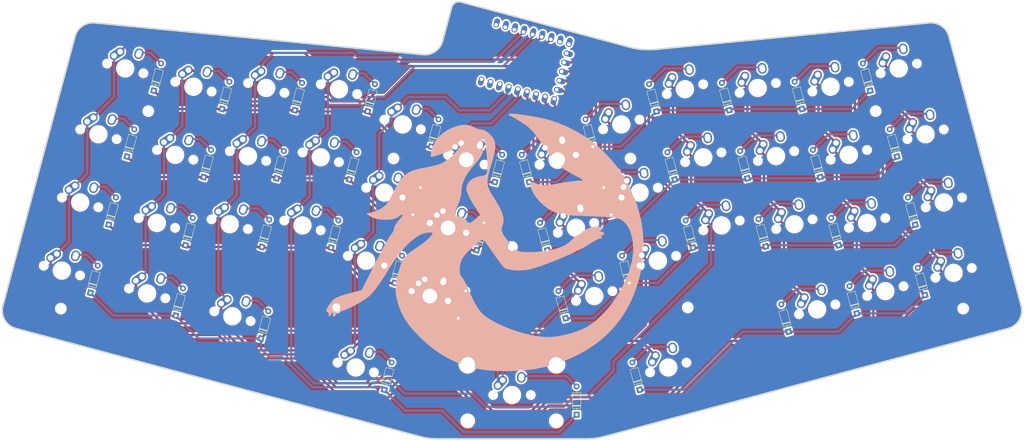
<source format=kicad_pcb>
(kicad_pcb (version 20221018) (generator pcbnew)
  (layers (0 "F.Cu" signal) (31 "B.Cu" signal) (34 "B.Paste" user) (35 "F.Paste" user) (36 "B.SilkS" user "B.Silkscreen") (37 "F.SilkS" user "F.Silkscreen") (38 "B.Mask" user) (39 "F.Mask" user) (44 "Edge.Cuts" user))
  (net 0 "")
  (net 1 "L1")
  (net 2 "Net-(D1-A)")
  (net 3 "Net-(D2-A)")
  (net 4 "Net-(D3-A)")
  (net 5 "Net-(D4-A)")
  (net 6 "Net-(D5-A)")
  (net 7 "Net-(D6-A)")
  (net 8 "L5")
  (net 9 "Net-(D7-A)")
  (net 10 "Net-(D8-A)")
  (net 11 "Net-(D9-A)")
  (net 12 "Net-(D10-A)")
  (net 13 "Net-(D11-A)")
  (net 14 "Net-(D12-A)")
  (net 15 "L2")
  (net 16 "Net-(D13-A)")
  (net 17 "Net-(D14-A)")
  (net 18 "Net-(D15-A)")
  (net 19 "Net-(D16-A)")
  (net 20 "Net-(D17-A)")
  (net 21 "Net-(D18-A)")
  (net 22 "L6")
  (net 23 "Net-(D19-A)")
  (net 24 "Net-(D20-A)")
  (net 25 "Net-(D21-A)")
  (net 26 "Net-(D22-A)")
  (net 27 "Net-(D23-A)")
  (net 28 "Net-(D24-A)")
  (net 29 "L3")
  (net 30 "Net-(D25-A)")
  (net 31 "Net-(D26-A)")
  (net 32 "Net-(D27-A)")
  (net 33 "Net-(D28-A)")
  (net 34 "Net-(D29-A)")
  (net 35 "Net-(D30-A)")
  (net 36 "L7")
  (net 37 "Net-(D31-A)")
  (net 38 "Net-(D32-A)")
  (net 39 "Net-(D33-A)")
  (net 40 "Net-(D34-A)")
  (net 41 "Net-(D35-A)")
  (net 42 "Net-(D36-A)")
  (net 43 "L4")
  (net 44 "Net-(D37-A)")
  (net 45 "Net-(D38-A)")
  (net 46 "Net-(D39-A)")
  (net 47 "Net-(D40-A)")
  (net 48 "Net-(D41-A)")
  (net 49 "L8")
  (net 50 "Net-(D42-A)")
  (net 51 "Net-(D43-A)")
  (net 52 "Net-(D44-A)")
  (net 53 "Net-(D45-A)")
  (net 54 "C1")
  (net 55 "C2")
  (net 56 "C3")
  (net 57 "C4")
  (net 58 "C5")
  (net 59 "C6")
  (net 67 "unconnected-(U1-8-Pad9)")
  (footprint "_mx:MX-Alps-Hybrid-1U" (layer "F.Cu") (at 276.2963 107.073 15)
    (fp_text reference "MX10")
    (fp_text value "MX")
  )
  (footprint "_mx:MX-Alps-Hybrid-1U" (layer "F.Cu") (at 310.7213 161.9454 15)
    (fp_text reference "MX44")
    (fp_text value "MX")
  )
  (footprint "Diode_THT:D_DO-35_SOD27_P7.62mm_Horizontal" (layer "F.Cu") (at 224.48 169.276 105)
    (fp_text reference "D31" hide)
    (fp_text value "1N4148" hide)
  )
  (footprint "_mx:MX-Alps-Hybrid-1.25U" (layer "F.Cu") (at 111.5788 162.5617 -15)
    (fp_text reference "MX38")
    (fp_text value "MX")
  )
  (footprint "_mx:MX-Alps-Hybrid-1U" (layer "F.Cu") (at 281.2268 125.4739 15)
    (fp_text reference "MX22")
    (fp_text value "MX")
  )
  (footprint "_mx:MX-Alps-Hybrid-1.25U" (layer "F.Cu") (at 326.4918 137.9977 15)
    (fp_text reference "MX36")
    (fp_text value "MX")
  )
  (footprint "Diode_THT:D_DO-35_SOD27_P7.62mm_Horizontal" (layer "F.Cu") (at 278.4501 149.8843 105)
    (fp_text reference "D34" hide)
    (fp_text value "1N4148" hide)
  )
  (footprint "_mx:MX-Alps-Hybrid-1U" (layer "F.Cu") (at 192.7432 144.8656 -15)
    (fp_text reference "MX18")
    (fp_text value "MX")
  )
  (footprint "_mx:MX-Alps-Hybrid-1U" (layer "F.Cu") (at 286.1573 143.8748 15)
    (fp_text reference "MX34")
    (fp_text value "MX")
  )
  (footprint "_mx:MX-Alps-Hybrid-1U" (layer "F.Cu") (at 314.3307 101.8122 15)
    (fp_text reference "MX12")
    (fp_text value "MX")
  )
  (footprint "_mx:MX-Alps-Hybrid-1U" (layer "F.Cu") (at 153.4762 144.205 -15)
    (fp_text reference "MX28")
    (fp_text value "MX")
  )
  (footprint "Diode_THT:D_DO-35_SOD27_P7.62mm_Horizontal" (layer "F.Cu") (at 313.8541 125.6063 105)
    (fp_text reference "D24" hide)
    (fp_text value "1N4148" hide)
  )
  (footprint "_mx:MX-Alps-Hybrid-1U" (layer "F.Cu") (at 197.6737 126.4647 -15)
    (fp_text reference "MX6")
    (fp_text value "MX")
  )
  (footprint "_mx:MX-Alps-Hybrid-1U" (layer "F.Cu") (at 222.3263 126.4647 15)
    (fp_text reference "MX7")
    (fp_text value "MX")
  )
  (footprint "MountingHole:MountingHole_2.2mm_M2" (layer "F.Cu") (at 111.8974 113.342)
    (fp_text reference "H1" hide)
    (fp_text value "MountingHole" hide)
  )
  (footprint "MountingHole:MountingHole_2.2mm_M2" (layer "F.Cu") (at 241.9598 126.1344)
    (fp_text reference "H5" hide)
    (fp_text value "MountingHole" hide)
  )
  (footprint "Diode_THT:D_DO-35_SOD27_P7.62mm_Horizontal" (layer "F.Cu") (at 214.619 132.4743 105)
    (fp_text reference "D7" hide)
    (fp_text value "1N4148" hide)
  )
  (footprint "_mx:MX-Alps-Hybrid-1U" (layer "F.Cu") (at 266.5238 144.205 15)
    (fp_text reference "MX33")
    (fp_text value "MX")
  )
  (footprint "Diode_THT:D_DO-35_SOD27_P7.62mm_Horizontal" (layer "F.Cu") (at 121.9164 149.554 75)
    (fp_text reference "D26" hide)
    (fp_text value "1N4148" hide)
  )
  (footprint "_mx:MX-Alps-Hybrid-1.25U" (layer "F.Cu") (at 134.5799 168.7248 -15)
    (fp_text reference "MX39")
    (fp_text value "MX")
  )
  (footprint "_mx:MX-Alps-Hybrid-1U" (layer "F.Cu") (at 232.1873 163.2665 15)
    (fp_text reference "MX31")
    (fp_text value "MX")
  )
  (footprint "_mx:MX-Alps-Hybrid-1.5U" (layer "F.Cu") (at 252.1511 182.5697 15)
    (fp_text reference "MX42")
    (fp_text value "MX")
  )
  (footprint "Diode_THT:D_DO-35_SOD27_P7.62mm_Horizontal" (layer "F.Cu") (at 195.52 169.276 75)
    (fp_text reference "D30" hide)
    (fp_text value "1N4148" hide)
  )
  (footprint "Diode_THT:D_DO-35_SOD27_P7.62mm_Horizontal" (layer "F.Cu") (at 175.5562 188.5793 75)
    (fp_text reference "D40" hide)
    (fp_text value "1N4148" hide)
  )
  (footprint "_mx:MX-Alps-Hybrid-1U" (layer "F.Cu") (at 256.6628 107.4033 15)
    (fp_text reference "MX9")
    (fp_text value "MX")
  )
  (footprint "Diode_THT:D_DO-35_SOD27_P7.62mm_Horizontal" (layer "F.Cu") (at 126.8469 131.1531 75)
    (fp_text reference "D14" hide)
    (fp_text value "1N4148" hide)
  )
  (footprint "_mx:MX-Alps-Hybrid-1.25U" (layer "F.Cu") (at 93.5082 137.9977 -15)
    (fp_text reference "MX25")
    (fp_text value "MX")
  )
  (footprint "Diode_THT:D_DO-35_SOD27_P7.62mm_Horizontal" (layer "F.Cu") (at 101.2154 144.0072 75)
    (fp_text reference "D25" hide)
    (fp_text value "1N4148" hide)
  )
  (footprint "Diode_THT:D_DO-35_SOD27_P7.62mm_Horizontal" (layer "F.Cu") (at 303.0141 167.9549 105)
    (fp_text reference "D44" hide)
    (fp_text value "1N4148" hide)
  )
  (footprint "Diode_THT:D_DO-35_SOD27_P7.62mm_Horizontal" (layer "F.Cu") (at 321.415 163.0244 105)
    (fp_text reference "D45" hide)
    (fp_text value "1N4148" hide)
  )
  (footprint "_mcu:rp2040-zero-tht" (layer "F.Cu") (at 213.571875 99.99375 75)
    (fp_text reference "U1" hide)
    (fp_text value "rp2040-zero" hide)
  )
  (footprint "_mx:MX-Alps-Hybrid-1U" (layer "F.Cu") (at 244.425 135.3349 15)
    (fp_text reference "MX20")
    (fp_text value "MX")
  )
  (footprint "Diode_THT:D_DO-35_SOD27_P7.62mm_Horizontal" (layer "F.Cu") (at 151.4109 113.0825 75)
    (fp_text reference "D3" hide)
    (fp_text value "1N4148" hide)
  )
  (footprint "_mx:MX-Alps-Hybrid-1U" (layer "F.Cu") (at 249.3555 153.7358 15)
    (fp_text reference "MX32")
    (fp_text value "MX")
  )
  (footprint "_mx:MX-Alps-Hybrid-1.5U" (layer "F.Cu") (at 167.8489 182.5697 -15)
    (fp_text reference "MX40")
    (fp_text value "MX")
  )
  (footprint "Diode_THT:D_DO-35_SOD27_P7.62mm_Horizontal" (layer "F.Cu") (at 161.1834 150.2146 75)
    (fp_text reference "D28" hide)
    (fp_text value "1N4148" hide)
  )
  (footprint "_mx:MX-Alps-Hybrid-1U" (layer "F.Cu") (at 158.4067 125.8042 -15)
    (fp_text reference "MX16")
    (fp_text value "MX")
  )
  (footprint "Diode_THT:D_DO-35_SOD27_P7.62mm_Horizontal" (layer "F.Cu") (at 298.0836 149.554 105)
    (fp_text reference "D35" hide)
    (fp_text value "1N4148" hide)
  )
  (footprint "_mx:MX-Alps-Hybrid-1U" (layer "F.Cu") (at 114.2092 143.5445 -15)
    (fp_text reference "MX26")
    (fp_text value "MX")
  )
  (footprint "MountingHole:MountingHole_2.2mm_M2" (layer "F.Cu") (at 210 150)
    (fp_text reference "H9" hide)
    (fp_text value "MountingHole" hide)
  )
  (footprint "_mx:MX-Alps-Hybrid-1U" (layer "F.Cu") (at 292.3204 166.8759 15)
    (fp_text reference "MX43")
    (fp_text value "MX")
  )
  (footprint "Diode_THT:D_DO-35_SOD27_P7.62mm_Horizontal" (layer "F.Cu") (at 131.7774 112.7523 75)
    (fp_text reference "D2" hide)
    (fp_text value "1N4148" hide)
  )
  (footprint "Diode_THT:D_DO-35_SOD27_P7.62mm_Horizontal" (layer "F.Cu") (at 241.6483 159.7453 105)
    (fp_text reference "D32" hide)
    (fp_text value "1N4148" hide)
  )
  (footprint "_mx:MX-Alps-Hybrid-1U" (layer "F.Cu") (at 239.4945 116.934 15)
    (fp_text reference "MX8")
    (fp_text value "MX")
  )
  (footprint "Diode_THT:D_DO-35_SOD27_P7.62mm_Horizontal" (layer "F.Cu") (at 293.1531 131.1531 105)
    (fp_text reference "D23" hide)
    (fp_text value "1N4148" hide)
  )
  (footprint "Diode_THT:D_DO-35_SOD27_P7.62mm_Horizontal" (layer "F.Cu") (at 96.2849 162.4081 75)
    (fp_text reference "D37" hide)
    (fp_text value "1N4148" hide)
  )
  (footprint "_mx:MX-Alps-Hybrid-1U" (layer "F.Cu") (at 133.8427 143.8748 -15)
    (fp_text reference "MX27")
    (fp_text value "MX")
  )
  (footprint "_mx:MX-Alps-Hybrid-2.25U-ReversedStabilizers" (layer "F.Cu") (at 210 190)
    (fp_text reference "MX41")
    (fp_text value "MX")
  )
  (footprint "_mx:MX-Alps-Hybrid-1U" (layer "F.Cu") (at 119.1397 125.1436 -15)
    (fp_text reference "MX14")
    (fp_text value "MX")
  )
  (footprint "_mx:MX-Alps-Hybrid-1.25U" (layer "F.Cu") (at 88.5777 156.3986 -15)
    (fp_text reference "MX37")
    (fp_text value "MX")
  )
  (footprint "Diode_THT:D_DO-35_SOD27_P7.62mm_Horizontal" (layer "F.Cu") (at 273.5196 131.4834 105)
    (fp_text reference "D22" hide)
    (fp_text value "1N4148" hide)
  )
  (footprint "Diode_THT:D_DO-35_SOD27_P7.62mm_Horizontal" (layer "F.Cu") (at 236.7178 141.3444 105)
    (fp_text reference "D20" hide)
    (fp_text value "1N4148" hide)
  )
  (footprint "_mx:MX-Alps-Hybrid-1U" (layer "F.Cu") (at 163.3372 107.4033 -15)
    (fp_text reference "MX4")
    (fp_text value "MX")
  )
  (footprint "_mx:MX-Alps-Hybrid-1U" (layer "F.Cu") (at 261.5933 125.8042 15)
    (fp_text reference "MX21")
    (fp_text value "MX")
  )
  (footprint "_mx:MX-Alps-Hybrid-1U" (layer "F.Cu") (at 187.8127 163.2665 -15)
    (fp_text reference "MX30")
    (fp_text value "MX")
  )
  (footprint "_mx:MX-Alps-Hybrid-1.25U" (layer "F.Cu") (at 98.4387 119.5968 -15)
    (fp_text reference "MX13")
    (fp_text value "MX")
  )
  (footprint "Diode_THT:D_DO-35_SOD27_P7.62mm_Horizontal" (layer "F.Cu") (at 288.222574 112.752256 105)
    (fp_text reference "D11" hide)
    (fp_text value "1N4148" hide)
  )
  (footprint "Diode_THT:D_DO-35_SOD27_P7.62mm_Horizontal" (layer "F.Cu") (at 205.381 132.4743 75)
    (fp_text reference "D6" hide)
    (fp_text value "1N4148" hide)
  )
  (footprint "Diode_THT:D_DO-35_SOD27_P7.62mm_Horizontal" (layer "F.Cu") (at 188.2127 122.9435 75)
    (fp_text reference "D5" hide)
    (fp_text value "1N4148" hide)
  )
  (footprint "_mx:MX-Alps-Hybrid-1U" (layer "F.Cu") (at 227.2568 144.8656 15)
    (fp_text reference "MX19")
    (fp_text value "MX")
  )
  (footprint "Diode_THT:D_DO-35_SOD27_P7.62mm_Horizontal" (layer "F.Cu") (at 119.286 168.5712 75)
    (fp_text reference "D38" hide)
    (fp_text value "1N4148" hide)
  )
  (footprint "Diode_THT:D_DO-35_SOD27_P7.62mm_Horizontal" (layer "F.Cu") (at 183.2822 141.3444 75)
    (fp_text reference "D17" hide)
    (fp_text value "1N4148" hide)
  )
  (footprint "MountingHole:MountingHole_2.2mm_M2" (layer "F.Cu") (at 178.0402 126.1344)
    (fp_text reference "H2" hide)
    (fp_text value "MountingHole" hide)
  )
  (footprint "Diode_THT:D_DO-35_SOD27_P7.62mm_Horizontal" (layer "F.Cu") (at 244.4438 188.5793 105)
    (fp_text reference "D42" hide)
    (fp_text value "1N4148" hide)
  )
  (footprint "Diode_THT:D_DO-35_SOD27_P7.62mm_Horizontal" (layer "F.Cu") (at 171.0445 113.4128 75)
    (fp_text reference "D4" hide)
    (fp_text value "1N4148" hide)
  )
  (footprint "Diode_THT:D_DO-35_SOD27_P7.62mm_Horizontal" (layer "F.Cu") (at 258.8166 150.2146 105)
    (fp_text reference "D33" hide)
    (fp_text value "1N4148" hide)
  )
  (footprint "_mx:MX-Alps-Hybrid-1U" (layer "F.Cu") (at 124.0702 106.7427 -15)
    (fp_text reference "MX2")
    (fp_text value "MX")
  )
  (footprint "_mx:MX-Alps-Hybrid-1U" (layer "F.Cu") (at 305.7908 143.5445 15)
    (fp_text reference "MX35")
    (fp_text value "MX")
  )
  (footprint "Diode_THT:D_DO-35_SOD27_P7.62mm_Horizontal" (layer "F.Cu") (at 146.4804 131.4834 75)
    (fp_text reference "D15" hide)
    (fp_text value "1N4148" hide)
  )
  (footprint "_mx:MX-Alps-Hybrid-1U" (layer "F.Cu") (at 329.1222 157.0149 15)
    (fp_text reference "MX45")
    (fp_text value "MX")
  )
  (footprint "Diode_THT:D_DO-35_SOD27_P7.62mm_Horizontal" (layer "F.Cu") (at 284.6132 172.8854 105)
    (fp_text reference "D43" hide)
    (fp_text value "1N4148" hide)
  )
  (footprint "Diode_THT:D_DO-35_SOD27_P7.62mm_Horizontal" (layer "F.Cu") (at 248.9555 113.4128 105)
    (fp_text reference "D9" hide)
    (fp_text value "1N4148" hide)
  )
  (footprint "_mx:MX-Alps-Hybrid-1U" (layer "F.Cu") (at 300.8603 125.1436 15)
    (fp_text reference "MX23")
    (fp_text value "MX")
  )
  (footprint "Diode_THT:D_DO-35_SOD27_P7.62mm_Horizontal" (layer "F.Cu") (at 142.536 150.0141 75)
    (fp_text reference "D27" hide)
    (fp_text value "1N4148" hide)
  )
  (footprint "Diode_THT:D_DO-35_SOD27_P7.62mm_Horizontal" (layer "F.Cu") (at 178.3517 159.7453 75)
    (fp_text reference "D29" hide)
    (fp_text value "1N4148" hide)
  )
  (footprint "Diode_THT:D_DO-35_SOD27_P7.62mm_Horizontal" (layer "F.Cu") (at 113.3765 107.8218 75)
    (fp_text reference "D1" hide)
    (fp_text value "1N4148" hide)
  )
  (footprint "Diode_THT:D_DO-35_SOD27_P7.62mm_Horizontal" (layer "F.Cu") (at 219.5495 150.8752 105)
    (fp_text reference "D19" hide)
    (fp_text value "1N4148" hide)
  )
  (footprint "MountingHole:MountingHole_2.2mm_M2" (layer "F.Cu") (at 331.7104 166.6741)
    (fp_text reference "H7" hide)
    (fp_text value "MountingHole" hide)
  )
  (footprint "Diode_THT:D_DO-35_SOD27_P7.62mm_Horizontal" (layer "F.Cu") (at 318.7846 144.0072 105)
    (fp_text reference "D36" hide)
    (fp_text value "1N4148" hide)
  )
  (footprint "Diode_THT:D_DO-35_SOD27_P7.62mm_Horizontal" (layer "F.Cu") (at 306.623461 107.821753 105)
    (fp_text reference "D12" hide)
    (fp_text value "1N4148" hide)
  )
  (footprint "MountingHole:MountingHole_2.2mm_M2" (layer "F.Cu") (at 257.4001 166.3717)
    (fp_text reference "H8" hide)
    (fp_text value "MountingHole" hide)
  )
  (footprint "Diode_THT:D_DO-35_SOD27_P7.62mm_Horizontal" (layer "F.Cu") (at 142.2871 174.7344 75)
    (fp_text reference "D39" hide)
    (fp_text value "1N4148" hide)
  )
  (footprint "Diode_THT:D_DO-35_SOD27_P7.62mm_Horizontal" (layer "F.Cu") (at 227.438 195.31 90)
    (fp_text reference "D41" hide)
    (fp_text value "1N4148" hide)
  )
  (footprint "Diode_THT:D_DO-35_SOD27_P7.62mm_Horizontal" (layer "F.Cu") (at 231.7873 122.9435 105)
    (fp_text reference "D8" hide)
    (fp_text value "1N4148" hide)
  )
  (footprint "MountingHole:MountingHole_2.2mm_M2" (layer "F.Cu") (at 162.5999 166.3717)
    (fp_text reference "H6" hide)
    (fp_text value "MountingHole" hide)
  )
  (footprint "MountingHole:MountingHole_2.2mm_M2" (layer "F.Cu") (at 308.1026 113.342)
    (fp_text reference "H4" hide)
    (fp_text value "MountingHole" hide)
  )
  (footprint "_mx:MX-Alps-Hybrid-1U" (layer "F.Cu") (at 143.7037 107.073 -15)
    (fp_text reference "MX3")
    (fp_text value "MX")
  )
  (footprint "_mx:MX-Alps-Hybrid-1U" (layer "F.Cu") (at 138.7732 125.4739 -15)
    (fp_text reference "MX15")
    (fp_text value "MX")
  )
  (footprint "MountingHole:MountingHole_2.2mm_M2" (layer "F.Cu") (at 88.2896 166.6741)
    (fp_text reference "H3" hide)
    (fp_text value "MountingHole" hide)
  )
  (footprint "Diode_THT:D_DO-35_SOD27_P7.62mm_Horizontal" (layer "F.Cu") (at 166.114 131.8137 75)
    (fp_text reference "D16" hide)
    (fp_text value "1N4148" hide)
  )
  (footprint "Diode_THT:D_DO-35_SOD27_P7.62mm_Horizontal" (layer "F.Cu") (at 200.4505 150.8752 75)
    (fp_text reference "D18" hide)
    (fp_text value "1N4148" hide)
  )
  (footprint "_mx:MX-Alps-Hybrid-1U" (layer "F.Cu") (at 105.6693 101.8122 -15)
    (fp_text reference "MX1")
    (fp_text value "MX")
  )
  (footprint "Diode_THT:D_DO-35_SOD27_P7.62mm_Horizontal" (layer "F.Cu") (at 253.8861 131.8137 105)
    (fp_text reference "D21" hide)
    (fp_text value "1N4148" hide)
  )
  (footprint "_mx:MX-Alps-Hybrid-1U" (layer "F.Cu") (at 170.6445 153.7358 -15)
    (fp_text reference "MX29")
    (fp_text value "MX")
  )
  (footprint "_mx:MX-Alps-Hybrid-1.25U" (layer "F.Cu") (at 321.5613 119.5968 15)
    (fp_text reference "MX24")
    (fp_text value "MX")
  )
  (footprint "_mx:MX-Alps-Hybrid-1U" (layer "F.Cu") (at 175.575 135.3349 -15)
    (fp_text reference "MX17")
    (fp_text value "MX")
  )
  (footprint "_mx:MX-Alps-Hybrid-1U" (layer "F.Cu") (at 295.9298 106.7427 15)
    (fp_text reference "MX11")
    (fp_text value "MX")
  )
  (footprint "Diode_THT:D_DO-35_SOD27_P7.62mm_Horizontal" (layer "F.Cu") (at 268.5891 113.0825 105)
    (fp_text reference "D10" hide)
    (fp_text value "1N4148" hide)
  )
  (footprint "Diode_THT:D_DO-35_SOD27_P7.62mm_Horizontal" (layer "F.Cu") (at 106.1459 125.6063 75)
    (fp_text reference "D13" hide)
    (fp_text value "1N4148" hide)
  )
  (footprint "_mx:MX-Alps-Hybrid-1U" (layer "F.Cu") (at 180.5055 116.934 -15)
    (fp_text reference "MX5")
    (fp_text value "MX")
  )
  (gr_poly (pts (xy 209.910801 113.991835) (xy 210.046543 113.995738) (xy 210.196814 114.003279) (xy 210.362232 114.014505) (xy 210.543413 114.029463) (xy 210.740975 114.048198) (xy 211.187713 114.097191) (xy 211.707384 114.161856) (xy 212.304927 114.242567) (xy 212.985281 114.339696) (xy 213.753384 114.453618) (xy 214.614177 114.584704) (xy 215.572598 114.733329) (xy 217.418136 115.071068) (xy 219.223294 115.499989) (xy 220.986085 116.017241) (xy 222.704525 116.619974) (xy 224.376627 117.305337) (xy 226.000407 118.070479) (xy 227.573878 118.91255) (xy 229.095055 119.828697) (xy 230.561952 120.816072) (xy 231.972584 121.871823) (xy 233.324964 122.993099) (xy 234.617109 124.177049) (xy 235.847031 125.420824) (xy 237.012745 126.721571) (xy 238.112266 128.07644) (xy 239.143609 129.482581) (xy 240.104786 130.937143) (xy 240.993814 132.437274) (xy 241.808706 133.980125) (xy 242.547476 135.562844) (xy 243.20814 137.18258) (xy 243.788711 138.836483) (xy 244.287203 140.521703) (xy 244.701633 142.235388) (xy 245.030012 143.974687) (xy 245.270357 145.73675) (xy 245.420682 147.518726) (xy 245.479 149.317765) (xy 245.443326 151.131014) (xy 245.311675 152.955625) (xy 245.082062 154.788745) (xy 244.752499 156.627525) (xy 244.164412 159.076795) (xy 243.434564 161.419464) (xy 242.564034 163.654451) (xy 241.553902 165.780681) (xy 240.405245 167.797073) (xy 239.119144 169.702551) (xy 237.696677 171.496036) (xy 236.138924 173.176449) (xy 234.446964 174.742714) (xy 232.621875 176.19375) (xy 230.664737 177.528481) (xy 228.576629 178.745828) (xy 226.35863 179.844713) (xy 224.011819 180.824058) (xy 221.537275 181.682785) (xy 218.936078 182.419815) (xy 217.838977 182.672948) (xy 216.674875 182.894458) (xy 215.454331 183.084239) (xy 214.187907 183.242185) (xy 212.886165 183.368191) (xy 211.559664 183.462152) (xy 210.218966 183.523962) (xy 208.874631 183.553516) (xy 207.537222 183.550709) (xy 206.217299 183.515435) (xy 204.925422 183.447589) (xy 203.672153 183.347065) (xy 202.468053 183.213759) (xy 201.323682 183.047564) (xy 200.249603 182.848376) (xy 199.256375 182.616089) (xy 199.256373 182.616091) (xy 199.256372 182.616094) (xy 199.25637 182.616097) (xy 199.256368 182.6161) (xy 199.256366 182.616102) (xy 199.256364 182.616105) (xy 199.256362 182.616107) (xy 199.25636 182.61611) (xy 199.256358 182.616112) (xy 199.256355 182.616113) (xy 199.256353 182.616115) (xy 199.256351 182.616116) (xy 199.256349 182.616118) (xy 199.256348 182.616118) (xy 199.256347 182.616119) (xy 199.256346 182.616119) (xy 199.256345 182.616119) (xy 199.256344 182.616119) (xy 198.164696 182.309367) (xy 197.095395 181.967109) (xy 196.047431 181.588717) (xy 195.019796 181.173567) (xy 194.011481 180.721033) (xy 193.021477 180.230489) (xy 192.048776 179.70131) (xy 191.092369 179.13287) (xy 190.151246 178.524544) (xy 189.224399 177.875705) (xy 188.31082 177.185729) (xy 187.409499 176.45399) (xy 186.519427 175.679861) (xy 185.639597 174.862718) (xy 184.768998 174.001935) (xy 183.906622 173.096885) (xy 183.395864 172.531678) (xy 182.914987 171.971255) (xy 182.463141 171.414046) (xy 182.039476 170.85848) (xy 181.643141 170.302985) (xy 181.273284 169.74599) (xy 180.929056 169.185924) (xy 180.609604 168.621216) (xy 180.31408 168.050296) (xy 180.041631 167.471591) (xy 179.791407 166.883532) (xy 179.562558 166.284545) (xy 179.354231 165.673062) (xy 179.165578 165.04751) (xy 178.995746 164.406319) (xy 178.843886 163.747917) (xy 178.753043 163.291533) (xy 178.679423 162.846306) (xy 178.6234 162.408617) (xy 178.585345 161.974847) (xy 178.565631 161.54138) (xy 178.564629 161.104595) (xy 178.582713 160.660875) (xy 178.620254 160.206602) (xy 178.677624 159.738156) (xy 178.755197 159.251921) (xy 178.853343 158.744277) (xy 178.972436 158.211606) (xy 179.112848 157.650289) (xy 179.27495 157.056709) (xy 179.459116 156.427247) (xy 179.665717 155.758285) (xy 179.83053 155.251863) (xy 179.99287 154.790224) (xy 180.15748 154.36784) (xy 180.3291 153.979181) (xy 180.512472 153.618719) (xy 180.712339 153.280924) (xy 180.93344 152.960269) (xy 181.18052 152.651224) (xy 181.458318 152.34826) (xy 181.771577 152.045849) (xy 182.125038 151.738461) (xy 182.523443 151.420567) (xy 182.971534 151.08664) (xy 183.474052 150.73115) (xy 184.035739 150.348567) (xy 184.661337 149.933365) (xy 185.111741 149.630107) (xy 185.544341 149.324811) (xy 185.956852 149.019777) (xy 186.346986 148.717301) (xy 186.712458 148.419683) (xy 187.050982 148.12922) (xy 187.360272 147.848211) (xy 187.63804 147.578954) (xy 187.882002 147.323748) (xy 188.08987 147.08489) (xy 188.259359 146.864679) (xy 188.388182 146.665413) (xy 188.474053 146.48939) (xy 188.500168 146.410813) (xy 188.514687 146.338909) (xy 188.517325 146.273964) (xy 188.507796 146.216267) (xy 188.485814 146.166104) (xy 188.451094 146.123764) (xy 188.441412 146.11715) (xy 188.427564 146.111386) (xy 188.387837 146.102366) (xy 188.332836 146.096623) (xy 188.263487 146.094075) (xy 188.180712 146.09464) (xy 188.085435 146.098239) (xy 187.978582 146.10479) (xy 187.861075 146.114211) (xy 187.733839 146.126421) (xy 187.597798 146.14134) (xy 187.302995 146.178978) (xy 186.984059 146.226474) (xy 186.648383 146.28318) (xy 186.383152 146.340004) (xy 186.111515 146.416692) (xy 185.833792 146.512924) (xy 185.550303 146.62838) (xy 185.261366 146.762742) (xy 184.967301 146.915688) (xy 184.365066 147.27606) (xy 183.746153 147.706937) (xy 183.113116 148.205764) (xy 182.468512 148.769984) (xy 181.814897 149.39704) (xy 181.154825 150.084375) (xy 180.490852 150.829432) (xy 179.825533 151.629655) (xy 179.161425 152.482487) (xy 178.501082 153.385371) (xy 177.84706 154.33575) (xy 177.201915 155.331067) (xy 176.568202 156.368766) (xy 175.947155 157.388194) (xy 175.294396 158.40827) (xy 174.62946 159.401733) (xy 173.971879 160.341319) (xy 173.341186 161.199766) (xy 172.756915 161.949811) (xy 172.238599 162.564193) (xy 172.010278 162.81199) (xy 171.80577 163.015648) (xy 171.43518 163.339975) (xy 170.994201 163.68475) (xy 170.493569 164.044265) (xy 169.944024 164.41281) (xy 169.356302 164.784677) (xy 168.741141 165.154158) (xy 168.109279 165.515543) (xy 167.471454 165.863125) (xy 166.838402 166.191193) (xy 166.220861 166.494041) (xy 165.62957 166.765959) (xy 165.075265 167.001238) (xy 164.568685 167.194171) (xy 164.120566 167.339048) (xy 163.741647 167.43016) (xy 163.442665 167.461799) (xy 163.409547 167.4627) (xy 163.376164 167.465371) (xy 163.342576 167.469769) (xy 163.308839 167.47585) (xy 163.275012 167.48357) (xy 163.241152 167.492884) (xy 163.173568 167.516121) (xy 163.106548 167.545206) (xy 163.040558 167.579787) (xy 162.976059 167.619511) (xy 162.913515 167.664026) (xy 162.853389 167.712978) (xy 162.796145 167.766014) (xy 162.742245 167.822782) (xy 162.692154 167.882928) (xy 162.646333 167.946099) (xy 162.605247 168.011943) (xy 162.569359 168.080107) (xy 162.553509 168.114949) (xy 162.539131 168.150238) (xy 162.503152 168.238133) (xy 162.465273 168.319736) (xy 162.425759 168.395084) (xy 162.384877 168.464218) (xy 162.34289 168.527176) (xy 162.300064 168.583998) (xy 162.256665 168.634722) (xy 162.212957 168.679388) (xy 162.169205 168.718035) (xy 162.125676 168.750702) (xy 162.082633 168.777428) (xy 162.040343 168.798252) (xy 161.99907 168.813213) (xy 161.959079 168.822351) (xy 161.920636 168.825704) (xy 161.884006 168.823311) (xy 161.849454 168.815213) (xy 161.817246 168.801447) (xy 161.787645 168.782053) (xy 161.760918 168.757071) (xy 161.73733 168.726538) (xy 161.717146 168.690495) (xy 161.700631 168.64898) (xy 161.68805 168.602032) (xy 161.679669 168.549691) (xy 161.675752 168.491996) (xy 161.676565 168.428986) (xy 161.682372 168.360699) (xy 161.693441 168.287176) (xy 161.710034 168.208455) (xy 161.732418 168.124575) (xy 161.760857 168.035576) (xy 161.799319 167.92117) (xy 161.830197 167.822633) (xy 161.853198 167.740036) (xy 161.86803 167.673454) (xy 161.87229 167.646191) (xy 161.874399 167.622958) (xy 161.874318 167.603767) (xy 161.872011 167.588624) (xy 161.867443 167.57754) (xy 161.860575 167.570523) (xy 161.851372 167.567584) (xy 161.839797 167.56873) (xy 161.825813 167.573971) (xy 161.809384 167.583317) (xy 161.790473 167.596776) (xy 161.769043 167.614358) (xy 161.71848 167.661926) (xy 161.657403 167.726095) (xy 161.585519 167.806937) (xy 161.502534 167.904526) (xy 161.408155 168.018935) (xy 161.30209 168.150238) (xy 161.185275 168.294864) (xy 161.081301 168.420625) (xy 160.989415 168.527636) (xy 160.908863 168.616012) (xy 160.838891 168.685868) (xy 160.807637 168.713887) (xy 160.778745 168.737319) (xy 160.752122 168.756178) (xy 160.727672 168.77048) (xy 160.705302 168.780238) (xy 160.684918 168.785467) (xy 160.666425 168.786181) (xy 160.649728 168.782394) (xy 160.634735 168.774122) (xy 160.62135 168.761378) (xy 160.60948 168.744177) (xy 160.599029 168.722532) (xy 160.589904 168.69646) (xy 160.582011 168.665973) (xy 160.575256 168.631087) (xy 160.569543 168.591815) (xy 160.560871 168.500173) (xy 160.555241 168.391163) (xy 160.551899 168.2649) (xy 160.547786 168.183082) (xy 160.538877 168.103557) (xy 160.525426 168.026739) (xy 160.507685 167.953038) (xy 160.485909 167.882867) (xy 160.460349 167.816637) (xy 160.43126 167.75476) (xy 160.398894 167.697648) (xy 160.363505 167.645712) (xy 160.325345 167.599366) (xy 160.284668 167.55902) (xy 160.263465 167.541225) (xy 160.241727 167.525086) (xy 160.219487 167.510652) (xy 160.196775 167.497975) (xy 160.173624 167.487108) (xy 160.150065 167.478101) (xy 160.12613 167.471006) (xy 160.10185 167.465875) (xy 160.077258 167.462758) (xy 160.052384 167.461708) (xy 159.993064 167.45381) (xy 159.947335 167.430687) (xy 159.914665 167.3932) (xy 159.89452 167.342205) (xy 159.88637 167.278561) (xy 159.889679 167.203128) (xy 159.903917 167.116762) (xy 159.928549 167.020324) (xy 159.963043 166.914671) (xy 160.006867 166.800661) (xy 160.120371 166.551008) (xy 160.264799 166.278232) (xy 160.435889 165.9892) (xy 160.629378 165.690781) (xy 160.841005 165.389843) (xy 161.066506 165.093253) (xy 161.30162 164.807879) (xy 161.542085 164.540589) (xy 161.783638 164.29825) (xy 161.903491 164.188584) (xy 162.022018 164.087732) (xy 162.138685 163.996551) (xy 162.25296 163.915901) (xy 162.373562 163.842266) (xy 162.522102 163.762792) (xy 162.696478 163.678227) (xy 162.894584 163.589319) (xy 163.353574 163.401468) (xy 163.882239 163.205228) (xy 164.463745 163.006586) (xy 165.08126 162.811528) (xy 165.71795 162.626042) (xy 166.356983 162.456115) (xy 169.433807 161.679626) (xy 172.903324 154.750427) (xy 174.31988 151.983243) (xy 175.612078 149.571129) (xy 176.166946 148.579242) (xy 176.637208 147.773345) (xy 177.005025 147.185845) (xy 177.252558 146.849151) (xy 177.34252 146.745393) (xy 177.430643 146.635261) (xy 177.516442 146.51972) (xy 177.599433 146.399737) (xy 177.679128 146.276278) (xy 177.755044 146.150307) (xy 177.826693 146.022792) (xy 177.893592 145.894699) (xy 177.955254 145.766992) (xy 178.011193 145.640639) (xy 178.060925 145.516605) (xy 178.103964 145.395856) (xy 178.139824 145.279358) (xy 178.16802 145.168076) (xy 178.188066 145.062978) (xy 178.199477 144.965028) (xy 178.21316 144.86498) (xy 178.23988 144.75373) (xy 178.278927 144.63245) (xy 178.329591 144.502314) (xy 178.39116 144.364495) (xy 178.462924 144.220166) (xy 178.544173 144.070499) (xy 178.634197 143.916669) (xy 178.732285 143.759849) (xy 178.837727 143.60121) (xy 178.949812 143.441927) (xy 179.06783 143.283172) (xy 179.19107 143.126118) (xy 179.318822 142.971939) (xy 179.450376 142.821808) (xy 179.585021 142.676897) (xy 179.823419 142.420308) (xy 180.02401 142.188566) (xy 180.187311 141.982477) (xy 180.31384 141.802844) (xy 180.363476 141.723201) (xy 180.404114 141.650474) (xy 180.435817 141.584764) (xy 180.458651 141.52617) (xy 180.472679 141.474795) (xy 180.477968 141.430738) (xy 180.47458 141.3941) (xy 180.462582 141.364982) (xy 180.442038 141.343484) (xy 180.413012 141.329708) (xy 180.375569 141.323752) (xy 180.329774 141.325719) (xy 180.275691 141.335708) (xy 180.213386 141.353821) (xy 180.142923 141.380158) (xy 180.064366 141.414819) (xy 179.97778 141.457905) (xy 179.88323 141.509517) (xy 179.670497 141.63872) (xy 179.426684 141.803234) (xy 179.152308 142.003862) (xy 179.017359 142.096051) (xy 178.865963 142.18146) (xy 178.699149 142.260122) (xy 178.517946 142.332071) (xy 178.116493 142.455969) (xy 177.669839 142.553425) (xy 177.186219 142.624714) (xy 176.673868 142.670106) (xy 176.14102 142.689876) (xy 175.595912 142.684295) (xy 175.046779 142.653637) (xy 174.501855 142.598175) (xy 173.969376 142.51818) (xy 173.457576 142.413927) (xy 172.974692 142.285687) (xy 172.528957 142.133733) (xy 172.128608 141.958338) (xy 171.948026 141.861935) (xy 171.781879 141.759775) (xy 171.58579 141.6285) (xy 171.413162 141.509708) (xy 171.263696 141.402839) (xy 171.137094 141.307336) (xy 171.033058 141.222643) (xy 170.95129 141.1482) (xy 170.918663 141.114648) (xy 170.891492 141.08345) (xy 170.882758 141.071841) (xy 194.570247 141.071841) (xy 194.570685 141.162244) (xy 194.578405 141.245018) (xy 194.593421 141.320441) (xy 194.615745 141.388791) (xy 194.64539 141.450346) (xy 194.68237 141.505381) (xy 194.726698 141.554176) (xy 194.778386 141.597006) (xy 194.837448 141.634151) (xy 194.903897 141.665886) (xy 194.977746 141.69249) (xy 195.147696 141.731414) (xy 195.347402 141.75314) (xy 195.57697 141.759889) (xy 195.690918 141.764652) (xy 195.810127 141.778625) (xy 195.933619 141.801338) (xy 196.060417 141.832321) (xy 196.189542 141.871103) (xy 196.320018 141.917213) (xy 196.450866 141.970181) (xy 196.58111 142.029535) (xy 196.70977 142.094806) (xy 196.83587 142.165522) (xy 196.958432 142.241213) (xy 197.076478 142.321409) (xy 197.189031 142.405638) (xy 197.295112 142.49343) (xy 197.393745 142.584314) (xy 197.483952 142.67782) (xy 197.666924 142.878422) (xy 197.83073 143.051834) (xy 197.90657 143.128247) (xy 197.978966 143.197749) (xy 198.04837 143.2603) (xy 198.11523 143.315862) (xy 198.179995 143.364397) (xy 198.243117 143.405868) (xy 198.305043 143.440235) (xy 198.366225 143.467461) (xy 198.42711 143.487508) (xy 198.488149 143.500336) (xy 198.549792 143.505909) (xy 198.612488 143.504188) (xy 198.676687 143.495135) (xy 198.742838 143.478711) (xy 198.811391 143.454879) (xy 198.882795 143.4236) (xy 198.9575 143.384836) (xy 199.035956 143.338549) (xy 199.118612 143.2847) (xy 199.205917 143.223252) (xy 199.298323 143.154167) (xy 199.396277 143.077406) (xy 199.61063 142.900703) (xy 199.852574 142.692839) (xy 200.125706 142.453508) (xy 200.125569 142.453523) (xy 201.390431 141.340303) (xy 199.551861 138.495699) (xy 199.358503 138.190045) (xy 199.17196 137.882334) (xy 198.822445 137.267786) (xy 198.509564 136.666157) (xy 198.239564 136.091548) (xy 198.122595 135.818782) (xy 198.018689 135.558058) (xy 197.928627 135.311141) (xy 197.853188 135.079791) (xy 197.793155 134.865771) (xy 197.749307 134.670845) (xy 197.722426 134.496775) (xy 197.713292 134.345323) (xy 197.717418 134.183226) (xy 197.729725 134.023696) (xy 197.750107 133.866834) (xy 197.77846 133.712737) (xy 197.814676 133.561505) (xy 197.85865 133.413237) (xy 197.910277 133.26803) (xy 197.96945 133.125985) (xy 198.036065 132.987199) (xy 198.110014 132.851772) (xy 198.191192 132.719802) (xy 198.279494 132.591388) (xy 198.374813 132.466629) (xy 198.477045 132.345624) (xy 198.586082 132.228472) (xy 198.70182 132.11527) (xy 198.824152 132.006119) (xy 198.952973 131.901117) (xy 199.088178 131.800363) (xy 199.229659 131.703955) (xy 199.377312 131.611992) (xy 199.53103 131.524574) (xy 199.690708 131.441798) (xy 199.85624 131.363765) (xy 200.027521 131.290571) (xy 200.204444 131.222317) (xy 200.386904 131.159102) (xy 200.574795 131.101023) (xy 200.768011 131.04818) (xy 200.966446 131.000671) (xy 201.169995 130.958595) (xy 201.378552 130.922052) (xy 201.685463 130.871529) (xy 201.956602 130.822505) (xy 202.194301 130.772607) (xy 202.400893 130.719464) (xy 202.493253 130.690934) (xy 202.578711 130.660703) (xy 202.657558 130.628474) (xy 202.730087 130.593951) (xy 202.796588 130.556837) (xy 202.857353 130.516835) (xy 202.912673 130.47365) (xy 202.962842 130.426985) (xy 203.008149 130.376542) (xy 203.048886 130.322026) (xy 203.085345 130.26314) (xy 203.117818 130.199587) (xy 203.146596 130.131071) (xy 203.171971 130.057295) (xy 203.194234 129.977962) (xy 203.213677 129.892777) (xy 203.245267 129.703662) (xy 203.269076 129.487577) (xy 203.287436 129.242149) (xy 203.302678 128.965007) (xy 203.317051 128.612317) (xy 203.326405 128.247072) (xy 203.330828 127.879856) (xy 203.330408 127.521253) (xy 203.325231 127.181845) (xy 203.315386 126.872216) (xy 203.30096 126.602949) (xy 203.28204 126.384627) (xy 203.150352 125.155045) (xy 202.977711 123.487807) (xy 202.927464 123.074471) (xy 202.861834 122.658292) (xy 202.7836 122.250564) (xy 202.695536 121.862584) (xy 202.600421 121.505645) (xy 202.501031 121.191043) (xy 202.450601 121.053148) (xy 202.400143 120.930073) (xy 202.350005 120.82323) (xy 202.300534 120.734031) (xy 202.237295 120.634668) (xy 202.20838 120.592275) (xy 202.181257 120.554798) (xy 202.155917 120.522281) (xy 202.132352 120.494767) (xy 202.110552 120.4723) (xy 202.090511 120.454922) (xy 202.072218 120.442677) (xy 202.055666 120.435608) (xy 202.04804 120.434028) (xy 202.040845 120.433759) (xy 202.034082 120.434805) (xy 202.027749 120.437172) (xy 202.021844 120.440866) (xy 202.016367 120.445891) (xy 202.006691 120.45996) (xy 201.998714 120.479421) (xy 201.992425 120.504317) (xy 201.987818 120.534693) (xy 201.984883 120.570591) (xy 201.983611 120.612055) (xy 201.983995 120.659128) (xy 201.986025 120.711852) (xy 201.989694 120.770272) (xy 202.001911 120.904372) (xy 202.020578 121.061772) (xy 202.045627 121.242819) (xy 202.07699 121.447858) (xy 202.114598 121.677238) (xy 202.184047 122.139272) (xy 202.230652 122.574497) (xy 202.252776 122.987106) (xy 202.248783 123.381288) (xy 202.217035 123.761235) (xy 202.190241 123.947181) (xy 202.155895 124.131139) (xy 202.113792 124.313634) (xy 202.063728 124.49519) (xy 202.005498 124.676331) (xy 201.938897 124.85758) (xy 201.86372 125.039462) (xy 201.779764 125.2225) (xy 201.584694 125.594141) (xy 201.352048 125.976694) (xy 201.080192 126.37435) (xy 200.767488 126.791301) (xy 200.412299 127.231737) (xy 200.012989 127.69985) (xy 199.567921 128.199832) (xy 199.170083 128.652753) (xy 198.799348 129.103124) (xy 198.455511 129.551405) (xy 198.138363 129.99806) (xy 197.847698 130.443549) (xy 197.58331 130.888335) (xy 197.34499 131.332878) (xy 197.132532 131.77764) (xy 196.945729 132.223084) (xy 196.784373 132.66967) (xy 196.648259 133.11786) (xy 196.537178 133.568117) (xy 196.450925 134.0209) (xy 196.389291 134.476674) (xy 196.35207 134.935898) (xy 196.339055 135.399034) (xy 196.334085 135.532879) (xy 196.320012 135.683338) (xy 196.297304 135.848763) (xy 196.266427 136.027507) (xy 196.227848 136.217923) (xy 196.182034 136.418364) (xy 196.129452 136.627182) (xy 196.070568 136.842731) (xy 195.935762 137.287433) (xy 195.781352 137.739292) (xy 195.697962 137.963787) (xy 195.611071 138.18513) (xy 195.521146 138.401675) (xy 195.428654 138.611772) (xy 195.221287 139.076215) (xy 195.042317 139.494609) (xy 194.891848 139.869174) (xy 194.769985 140.20213) (xy 194.676833 140.495695) (xy 194.612496 140.75209) (xy 194.577078 140.973533) (xy 194.570247 141.071841) (xy 170.882758 141.071841) (xy 170.869738 141.054536) (xy 170.853365 141.027836) (xy 170.842335 141.00328) (xy 170.836612 140.980799) (xy 170.836157 140.960323) (xy 170.840934 140.941783) (xy 170.850905 140.925108) (xy 170.866034 140.910229) (xy 170.886282 140.897077) (xy 170.911612 140.885581) (xy 170.941988 140.875671) (xy 170.977372 140.867279) (xy 171.063014 140.854767) (xy 171.168241 140.847487) (xy 171.292755 140.844881) (xy 171.393389 140.839629) (xy 171.511213 140.824838) (xy 171.644764 140.800997) (xy 171.792579 140.768596) (xy 171.953195 140.728123) (xy 172.125149 140.680068) (xy 172.306978 140.624921) (xy 172.497219 140.563171) (xy 172.897085 140.421818) (xy 173.313042 140.259925) (xy 173.733387 140.081406) (xy 173.941547 139.987136) (xy 174.146415 139.890176) (xy 174.445111 139.740687) (xy 174.720941 139.591182) (xy 174.976717 139.438355) (xy 175.215251 139.278899) (xy 175.439353 139.109508) (xy 175.546872 139.020053) (xy 175.651836 138.926875) (xy 175.754599 138.829559) (xy 175.855511 138.727693) (xy 175.954924 138.620863) (xy 176.053189 138.508656) (xy 176.247682 138.266457) (xy 176.441802 137.99779) (xy 176.638358 137.699348) (xy 176.840165 137.367824) (xy 177.050031 136.999911) (xy 177.27077 136.592304) (xy 177.505192 136.141695) (xy 177.75611 135.644777) (xy 178.241071 134.689918) (xy 178.696589 133.835385) (xy 179.131874 133.074119) (xy 179.55614 132.399059) (xy 179.978599 131.803147) (xy 180.192028 131.532664) (xy 180.408461 131.279322) (xy 180.629047 131.042236) (xy 180.854939 130.820525) (xy 181.087288 130.613306) (xy 181.327246 130.419696) (xy 181.575963 130.238814) (xy 181.834592 130.069777) (xy 182.104285 129.911702) (xy 182.386191 129.763707) (xy 182.681464 129.62491) (xy 182.991254 129.494427) (xy 183.658994 129.254878) (xy 184.398621 129.037999) (xy 185.219348 128.836731) (xy 186.130388 128.644016) (xy 187.140952 128.452792) (xy 187.785493 128.330579) (xy 188.384094 128.205183) (xy 188.940903 128.074586) (xy 189.460068 127.936765) (xy 189.945737 127.789703) (xy 190.402059 127.631378) (xy 190.833181 127.45977) (xy 191.243253 127.272861) (xy 191.636423 127.068629) (xy 192.016838 126.845054) (xy 192.388647 126.600117) (xy 192.755998 126.331798) (xy 193.12304 126.038076) (xy 193.49392 125.716932) (xy 193.872788 125.366346) (xy 194.263791 124.984297) (xy 194.603677 124.635307) (xy 194.903159 124.309565) (xy 195.161811 124.009088) (xy 195.379208 123.73589) (xy 195.554924 123.491986) (xy 195.688536 123.279391) (xy 195.779616 123.100121) (xy 195.809074 123.023612) (xy 195.82774 122.956189) (xy 195.835561 122.898106) (xy 195.832483 122.849612) (xy 195.818454 122.810961) (xy 195.79342 122.782404) (xy 195.757327 122.764193) (xy 195.710124 122.75658) (xy 195.651756 122.759816) (xy 195.582171 122.774155) (xy 195.501316 122.799846) (xy 195.409136 122.837143) (xy 195.190594 122.947561) (xy 194.926118 123.107423) (xy 194.615285 123.318743) (xy 194.387554 123.463217) (xy 194.087996 123.626085) (xy 193.72699 123.803522) (xy 193.314912 123.991705) (xy 192.379053 124.38501) (xy 191.363441 124.775408) (xy 190.351097 125.132305) (xy 189.425042 125.425108) (xy 189.020317 125.537915) (xy 188.668298 125.623225) (xy 188.379361 125.677216) (xy 188.163886 125.696063) (xy 188.153846 125.694122) (xy 188.144702 125.688363) (xy 188.136448 125.678882) (xy 188.129077 125.665772) (xy 188.122584 125.64913) (xy 188.116963 125.62905) (xy 188.112207 125.605627) (xy 188.108311 125.578958) (xy 188.103075 125.516256) (xy 188.101206 125.441707) (xy 188.102656 125.35607) (xy 188.107379 125.260107) (xy 188.115325 125.154578) (xy 188.126447 125.040244) (xy 188.140698 124.917867) (xy 188.15803 124.788207) (xy 188.178395 124.652025) (xy 188.201744 124.510081) (xy 188.228031 124.363138) (xy 188.257208 124.211955) (xy 188.37019 123.731067) (xy 188.514837 123.257234) (xy 188.690082 122.791756) (xy 188.894861 122.335934) (xy 189.128109 121.891069) (xy 189.388759 121.458462) (xy 189.675746 121.039415) (xy 189.988005 120.635229) (xy 190.32447 120.247205) (xy 190.684075 119.876643) (xy 191.065755 119.524846) (xy 191.468445 119.193114) (xy 191.891078 118.882748) (xy 192.33259 118.59505) (xy 192.791915 118.33132) (xy 193.267987 118.09286) (xy 193.771611 117.8671) (xy 194.255551 117.668307) (xy 194.72115 117.496392) (xy 195.169753 117.351266) (xy 195.602703 117.232841) (xy 196.021344 117.141028) (xy 196.42702 117.075738) (xy 196.821074 117.036883) (xy 197.204851 117.024374) (xy 197.579693 117.038123) (xy 197.946946 117.07804) (xy 198.307952 117.144037) (xy 198.664056 117.236026) (xy 199.016601 117.353917) (xy 199.36693 117.497622) (xy 199.716389 117.667053) (xy 199.85498 117.736894) (xy 199.998854 117.804776) (xy 200.146876 117.870349) (xy 200.297908 117.933261) (xy 200.604465 118.049693) (xy 200.909439 118.151262) (xy 201.058492 118.195594) (xy 201.203743 118.235156) (xy 201.344055 118.269595) (xy 201.478293 118.298561) (xy 201.60532 118.321702) (xy 201.724001 118.338667) (xy 201.8332 118.349103) (xy 201.931782 118.35266) (xy 201.979709 118.354415) (xy 202.030501 118.359621) (xy 202.140109 118.380042) (xy 202.259456 118.413238) (xy 202.387391 118.45852) (xy 202.522767 118.5152) (xy 202.664433 118.582591) (xy 202.811239 118.660004) (xy 202.962036 118.746751) (xy 203.115674 118.842146) (xy 203.271004 118.9455) (xy 203.426876 119.056125) (xy 203.58214 119.173334) (xy 203.735647 119.296439) (xy 203.886248 119.424751) (xy 204.032792 119.557583) (xy 204.17413 119.694247) (xy 204.322273 119.847007) (xy 204.461482 120.000352) (xy 204.591783 120.154738) (xy 204.713203 120.310622) (xy 204.825771 120.468462) (xy 204.929513 120.628714) (xy 205.024456 120.791836) (xy 205.110628 120.958285) (xy 205.188056 121.128517) (xy 205.256768 121.30299) (xy 205.31679 121.482161) (xy 205.36815 121.666486) (xy 205.410875 121.856424) (xy 205.444992 122.05243) (xy 205.470529 122.254962) (xy 205.487513 122.464477) (xy 205.495971 122.681433) (xy 205.495931 122.906285) (xy 205.487419 123.139491) (xy 205.470464 123.381509) (xy 205.445091 123.632795) (xy 205.41133 123.893806) (xy 205.318747 124.446832) (xy 205.192933 125.044243) (xy 205.034107 125.689696) (xy 204.842487 126.386848) (xy 204.61829 127.139353) (xy 204.049879 129.036926) (xy 203.830051 129.835817) (xy 203.654183 130.550747) (xy 203.523053 131.193694) (xy 203.437442 131.776634) (xy 203.398128 132.311545) (xy 203.405892 132.810404) (xy 203.427672 133.050057) (xy 203.461513 133.285188) (xy 203.565772 133.747874) (xy 203.719447 134.210441) (xy 203.923319 134.684864) (xy 204.178168 135.183121) (xy 204.484772 135.717189) (xy 204.843912 136.299046) (xy 205.256367 136.940668) (xy 205.670919 137.591965) (xy 206.04604 138.211139) (xy 206.382169 138.799702) (xy 206.679744 139.359168) (xy 206.939203 139.891053) (xy 207.160986 140.39687) (xy 207.34553 140.878132) (xy 207.493273 141.336355) (xy 207.604655 141.773051) (xy 207.680114 142.189736) (xy 207.720089 142.587923) (xy 207.725017 142.969126) (xy 207.695337 143.334859) (xy 207.631487 143.686636) (xy 207.533907 144.025972) (xy 207.403035 144.354379) (xy 207.352595 144.473549) (xy 207.309734 144.593411) (xy 207.274598 144.714249) (xy 207.247332 144.836342) (xy 207.228081 144.959973) (xy 207.216989 145.085421) (xy 207.214203 145.212969) (xy 207.219867 145.342897) (xy 207.234126 145.475488) (xy 207.257126 145.61102) (xy 207.289012 145.749777) (xy 207.329928 145.89204) (xy 207.38002 146.038088) (xy 207.439433 146.188204) (xy 207.508312 146.342669) (xy 207.586803 146.501764) (xy 207.67505 146.66577) (xy 207.773199 146.834968) (xy 207.881394 147.009639) (xy 207.999781 147.190065) (xy 208.267711 147.569306) (xy 208.57815 147.974938) (xy 208.932259 148.409213) (xy 209.331199 148.874378) (xy 209.776131 149.372684) (xy 210.268216 149.906379) (xy 210.504022 150.155799) (xy 210.7204 150.375813) (xy 210.923046 150.568248) (xy 211.020999 150.654695) (xy 211.117656 150.734932) (xy 211.213728 150.809187) (xy 211.309927 150.877689) (xy 211.406965 150.940666) (xy 211.505555 150.998346) (xy 211.606409 151.050958) (xy 211.710238 151.09873) (xy 211.817754 151.14189) (xy 211.929671 151.180667) (xy 212.046699 151.215288) (xy 212.169551 151.245983) (xy 212.298939 151.272978) (xy 212.435575 151.296504) (xy 212.580171 151.316787) (xy 212.73344 151.334057) (xy 212.896092 151.348541) (xy 213.068841 151.360468) (xy 213.447476 151.377564) (xy 213.875041 151.38717) (xy 214.357232 151.391113) (xy 214.899747 151.39122) (xy 215.753267 151.376584) (xy 216.597382 151.337169) (xy 217.428615 151.273863) (xy 218.243489 151.187552) (xy 219.038528 151.079124) (xy 219.810255 150.949465) (xy 220.555195 150.799463) (xy 221.26987 150.630005) (xy 221.950805 150.441977) (xy 222.594524 150.236266) (xy 223.197548 150.01376) (xy 223.756404 149.775346) (xy 224.267613 149.52191) (xy 224.727701 149.254339) (xy 225.133189 148.973522) (xy 225.480603 148.680343) (xy 226.021299 148.180989) (xy 226.550879 147.712842) (xy 227.069101 147.276043) (xy 227.575727 146.870731) (xy 228.070516 146.497044) (xy 228.553229 146.155121) (xy 229.023626 145.845102) (xy 229.481467 145.567127) (xy 229.926512 145.321333) (xy 230.358522 145.10786) (xy 230.777256 144.926848) (xy 231.182475 144.778435) (xy 231.573939 144.66276) (xy 231.951408 144.579964) (xy 232.314643 144.530183) (xy 232.663403 144.513559) (xy 232.971067 144.520385) (xy 233.253123 144.54016) (xy 233.508399 144.571831) (xy 233.735723 144.614343) (xy 233.933923 144.666643) (xy 234.101826 144.727676) (xy 234.17405 144.761138) (xy 234.238261 144.796388) (xy 234.294311 144.833295) (xy 234.342055 144.871727) (xy 234.381345 144.911551) (xy 234.412036 144.952637) (xy 234.433981 144.994852) (xy 234.447033 145.038064) (xy 234.451045 145.082143) (xy 234.445872 145.126956) (xy 234.431366 145.172371) (xy 234.407382 145.218257) (xy 234.373772 145.264482) (xy 234.33039 145.310914) (xy 234.27709 145.357422) (xy 234.213725 145.403873) (xy 234.140149 145.450136) (xy 234.056215 145.49608) (xy 233.961776 145.541572) (xy 233.856686 145.586481) (xy 233.825827 145.599351) (xy 233.797509 145.612033) (xy 233.771724 145.624516) (xy 233.748461 145.63679) (xy 233.727714 145.648845) (xy 233.709472 145.660671) (xy 233.693727 145.672257) (xy 233.680471 145.683594) (xy 233.669695 145.694671) (xy 233.66139 145.705477) (xy 233.655547 145.716003) (xy 233.652158 145.726239) (xy 233.651213 145.736174) (xy 233.652704 145.745797) (xy 233.656623 145.7551) (xy 233.662961 145.764071) (xy 233.671708 145.772701) (xy 233.682856 145.780979) (xy 233.696397 145.788894) (xy 233.712322 145.796438) (xy 233.730621 145.803599) (xy 233.751287 145.810368) (xy 233.77431 145.816733) (xy 233.799682 145.822686) (xy 233.827394 145.828215) (xy 233.857437 145.833311) (xy 233.889802 145.837963) (xy 233.924482 145.842161) (xy 234.000747 145.849156) (xy 234.086163 145.854211) (xy 234.163998 145.860306) (xy 234.238542 145.871216) (xy 234.309686 145.886613) (xy 234.377322 145.906168) (xy 234.441339 145.929552) (xy 234.501629 145.956438) (xy 234.558083 145.986497) (xy 234.610591 146.0194) (xy 234.659045 146.054819) (xy 234.703335 146.092425) (xy 234.743352 146.131891) (xy 234.778986 146.172887) (xy 234.81013 146.215085) (xy 234.836672 146.258156) (xy 234.858505 146.301773) (xy 234.875519 146.345607) (xy 234.887605 146.389328) (xy 234.894654 146.432609) (xy 234.896557 146.475122) (xy 234.893204 146.516537) (xy 234.884486 146.556527) (xy 234.870295 146.594763) (xy 234.85052 146.630916) (xy 234.825054 146.664658) (xy 234.793786 146.69566) (xy 234.756607 146.723594) (xy 234.713409 146.748133) (xy 234.664082 146.768946) (xy 234.608517 146.785705) (xy 234.546605 146.798083) (xy 234.478236 146.805751) (xy 234.403302 146.80838) (xy 234.378758 146.80898) (xy 234.35526 146.810761) (xy 234.33282 146.813693) (xy 234.311452 146.817747) (xy 234.291169 146.822894) (xy 234.271984 146.829103) (xy 234.253909 146.836346) (xy 234.236958 146.844594) (xy 234.221143 146.853816) (xy 234.206478 146.863984) (xy 234.192975 146.875068) (xy 234.180648 146.887038) (xy 234.169508 146.899865) (xy 234.159571 146.913521) (xy 234.150847 146.927974) (xy 234.143351 146.943197) (xy 234.137095 146.959159) (xy 234.132092 146.975831) (xy 234.128356 146.993184) (xy 234.125898 147.011188) (xy 234.124732 147.029814) (xy 234.124872 147.049033) (xy 234.126329 147.068815) (xy 234.129118 147.08913) (xy 234.13325 147.109949) (xy 234.138739 147.131244) (xy 234.145598 147.152983) (xy 234.15384 147.175139) (xy 234.163477 147.197681) (xy 234.174524 147.220581) (xy 234.186991 147.243808) (xy 234.200894 147.267334) (xy 234.214558 147.290859) (xy 234.226329 147.314087) (xy 234.23623 147.336986) (xy 234.244286 147.359529) (xy 234.250523 147.381684) (xy 234.254964 147.403424) (xy 234.257635 147.424719) (xy 234.258559 147.445539) (xy 234.257763 147.465854) (xy 234.255271 147.485636) (xy 234.251107 147.504855) (xy 234.245297 147.523481) (xy 234.237864 147.541486) (xy 234.228834 147.558839) (xy 234.218231 147.575512) (xy 234.20608 147.591474) (xy 234.192406 147.606697) (xy 234.177234 147.621151) (xy 234.160588 147.634807) (xy 234.142493 147.647635) (xy 234.122973 147.659605) (xy 234.102054 147.670689) (xy 234.079761 147.680857) (xy 234.056117 147.69008) (xy 234.031148 147.698328) (xy 234.004878 147.705571) (xy 233.977332 147.711781) (xy 233.948536 147.716928) (xy 233.918512 147.720982) (xy 233.887288 147.723914) (xy 233.854886 147.725695) (xy 233.821332 147.726295) (xy 233.783814 147.728618) (xy 233.739805 147.735509) (xy 233.633167 147.762544) (xy 233.503139 147.806489) (xy 233.35144 147.866434) (xy 233.17979 147.941468) (xy 232.989909 148.030681) (xy 232.783517 148.133161) (xy 232.562333 148.247999) (xy 232.328077 148.374284) (xy 232.08247 148.511104) (xy 231.564079 148.812712) (xy 231.020919 149.145538) (xy 230.466748 149.502296) (xy 229.871603 149.871024) (xy 229.151077 150.277065) (xy 227.399091 151.173544) (xy 225.341208 152.136646) (xy 223.107846 153.111283) (xy 220.829423 154.042369) (xy 218.636356 154.874815) (xy 216.659065 155.553537) (xy 215.79209 155.818035) (xy 215.027966 156.023445) (xy 214.524527 156.133042) (xy 213.998966 156.221455) (xy 213.457348 156.289129) (xy 212.905741 156.336511) (xy 212.350211 156.364049) (xy 211.796825 156.372188) (xy 211.25165 156.361376) (xy 210.720751 156.33206) (xy 210.210197 156.284685) (xy 209.726053 156.2197) (xy 209.274386 156.13755) (xy 208.861263 156.038682) (xy 208.49275 155.923543) (xy 208.174915 155.792581) (xy 207.913823 155.646241) (xy 207.806452 155.567444) (xy 207.715542 155.48497) (xy 207.638572 155.400778) (xy 207.538754 155.282617) (xy 207.276901 154.953031) (xy 206.942646 154.513493) (xy 206.548651 153.981287) (xy 206.107577 153.373695) (xy 205.632086 152.707999) (xy 205.134839 152.001484) (xy 204.628499 151.271431) (xy 203.826586 150.112222) (xy 203.496703 149.644815) (xy 203.207841 149.247065) (xy 202.955231 148.915115) (xy 202.734102 148.645107) (xy 202.539683 148.433187) (xy 202.367204 148.275496) (xy 202.287702 148.215782) (xy 202.211895 148.168179) (xy 202.139189 148.132205) (xy 202.068986 148.107378) (xy 202.00069 148.093216) (xy 201.933706 148.089237) (xy 201.867436 148.094959) (xy 201.801284 148.109899) (xy 201.734654 148.133576) (xy 201.666951 148.165508) (xy 201.525935 148.252207) (xy 201.373468 148.366139) (xy 201.204777 148.503448) (xy 200.292272 149.27355) (xy 199.475949 149.993234) (xy 198.754541 150.663806) (xy 198.126776 151.286577) (xy 197.847614 151.580445) (xy 197.591386 151.862854) (xy 197.357935 152.133966) (xy 197.147101 152.393945) (xy 196.958727 152.642955) (xy 196.792652 152.88116) (xy 196.648719 153.108722) (xy 196.526768 153.325805) (xy 196.378609 153.638899) (xy 196.250481 153.971452) (xy 196.142366 154.319174) (xy 196.054243 154.677777) (xy 195.986094 155.042971) (xy 195.937899 155.410469) (xy 195.909639 155.77598) (xy 195.901293 156.135216) (xy 195.912844 156.483889) (xy 195.94427 156.817709) (xy 195.995554 157.132387) (xy 196.066675 157.423634) (xy 196.157614 157.687162) (xy 196.268352 157.918681) (xy 196.331139 158.021097) (xy 196.398869 158.113903) (xy 196.471538 158.196562) (xy 196.549145 158.268539) (xy 196.625348 158.344355) (xy 196.714682 158.455388) (xy 196.816034 158.599471) (xy 196.928291 158.774438) (xy 197.050339 158.978122) (xy 197.181066 159.208357) (xy 197.319358 159.462977) (xy 197.4641 159.739814) (xy 197.768486 160.351474) (xy 198.085317 161.026006) (xy 198.405686 161.746076) (xy 198.720685 162.494354) (xy 199.061445 163.283934) (xy 199.435832 164.073124) (xy 199.83335 164.843881) (xy 200.243504 165.578159) (xy 200.655798 166.257915) (xy 201.059736 166.865104) (xy 201.255292 167.135847) (xy 201.444823 167.381681) (xy 201.627018 167.600352) (xy 201.800564 167.789604) (xy 202.455182 168.393039) (xy 203.23903 168.994632) (xy 204.137925 169.589234) (xy 205.137683 170.171693) (xy 206.224118 170.73686) (xy 207.383047 171.279584) (xy 208.600286 171.794715) (xy 209.861649 172.277102) (xy 211.152953 172.721595) (xy 212.460013 173.123044) (xy 213.768645 173.476298) (xy 215.064665 173.776207) (xy 216.333888 174.017621) (xy 217.56213 174.195389) (xy 218.735206 174.304361) (xy 219.838933 174.339386) (xy 220.397917 174.323689) (xy 220.992887 174.28147) (xy 221.618201 174.214188) (xy 222.268216 174.123303) (xy 222.937291 174.010273) (xy 223.619784 173.876558) (xy 224.310054 173.723617) (xy 225.002457 173.552909) (xy 225.691353 173.365892) (xy 226.3711 173.164027) (xy 227.036055 172.948773) (xy 227.680577 172.721588) (xy 228.299023 172.483931) (xy 228.885753 172.237262) (xy 229.435124 171.983041) (xy 229.941495 171.722725) (xy 230.552768 171.369911) (xy 231.161197 170.97922) (xy 231.765688 170.552459) (xy 232.365153 170.091436) (xy 232.958501 169.597957) (xy 233.54464 169.07383) (xy 234.690933 167.940861) (xy 235.795307 166.706987) (xy 236.849039 165.386665) (xy 237.843403 163.994355) (xy 238.769675 162.544513) (xy 239.619131 161.051599) (xy 240.383046 159.530071) (xy 241.052697 157.994386) (xy 241.619358 156.459003) (xy 242.074306 154.938379) (xy 242.257161 154.188121) (xy 242.408815 153.446974) (xy 242.528179 152.716746) (xy 242.614162 151.999244) (xy 242.665673 151.296276) (xy 242.681622 150.609649) (xy 242.666518 149.93096) (xy 242.626049 149.272402) (xy 242.560675 148.635156) (xy 242.470855 148.020406) (xy 242.357047 147.429332) (xy 242.219712 146.863118) (xy 242.059307 146.322944) (xy 241.876292 145.809993) (xy 241.671126 145.325446) (xy 241.444268 144.870486) (xy 241.196178 144.446296) (xy 240.927314 144.054055) (xy 240.638135 143.694948) (xy 240.329101 143.370155) (xy 240.00067 143.080859) (xy 239.653302 142.828241) (xy 239.44823 142.70387) (xy 239.225789 142.590521) (xy 238.979713 142.487417) (xy 238.70374 142.393777) (xy 238.391604 142.308823) (xy 238.037041 142.231775) (xy 237.633787 142.161856) (xy 237.175578 142.098285) (xy 236.656149 142.040285) (xy 236.069236 141.987075) (xy 235.408575 141.937877) (xy 234.667901 141.891912) (xy 233.840951 141.848401) (xy 232.92146 141.806565) (xy 230.779797 141.724802) (xy 228.534259 141.639649) (xy 226.723223 141.551053) (xy 225.275789 141.449503) (xy 224.121056 141.325491) (xy 223.631296 141.252089) (xy 223.188122 141.169506) (xy 222.782673 141.076553) (xy 222.406086 140.972041) (xy 222.049499 140.854781) (xy 221.704048 140.723585) (xy 221.011105 140.414629) (xy 220.560302 140.183263) (xy 220.113721 139.925383) (xy 219.673185 139.642861) (xy 219.240518 139.337569) (xy 218.817543 139.011377) (xy 218.406084 138.666159) (xy 218.007964 138.303785) (xy 217.625005 137.926127) (xy 217.259033 137.535057) (xy 216.911869 137.132447) (xy 216.585338 136.720169) (xy 216.281262 136.300093) (xy 216.001466 135.874092) (xy 215.747772 135.444038) (xy 215.522004 135.011802) (xy 215.325985 134.579256) (xy 215.162515 134.181665) (xy 215.025447 133.831227) (xy 214.916152 133.5262) (xy 214.835999 133.264843) (xy 214.807278 133.149997) (xy 214.786357 133.045415) (xy 214.773405 132.95088) (xy 214.768594 132.866174) (xy 214.772095 132.79108) (xy 214.78408 132.72538) (xy 214.804719 132.668856) (xy 214.834184 132.62129) (xy 214.872646 132.582465) (xy 214.920275 132.552164) (xy 214.977244 132.530168) (xy 215.043723 132.51626) (xy 215.119883 132.510222) (xy 215.205896 132.511836) (xy 215.301932 132.520886) (xy 215.408163 132.537153) (xy 215.651894 132.590467) (xy 215.938457 132.670039) (xy 216.269222 132.774126) (xy 216.645558 132.900987) (xy 216.958122 133.005544) (xy 217.251742 133.095953) (xy 217.532113 133.172164) (xy 217.804932 133.234125) (xy 218.075895 133.281784) (xy 218.350699 133.31509) (xy 218.635039 133.333991) (xy 218.934612 133.338436) (xy 219.255114 133.328373) (xy 219.602241 133.303751) (xy 219.98169 133.264519) (xy 220.399156 133.210624) (xy 220.860336 133.142015) (xy 221.370927 133.058641) (xy 222.563122 132.847391) (xy 223.391439 132.701147) (xy 224.224971 132.563823) (xy 225.817326 132.328211) (xy 226.530968 132.236063) (xy 227.159467 132.165111) (xy 227.680233 132.118426) (xy 228.070675 132.099077) (xy 228.328919 132.094148) (xy 228.549309 132.086154) (xy 228.730004 132.073087) (xy 228.80489 132.064024) (xy 228.86916 132.052939) (xy 228.922584 132.039582) (xy 228.964933 132.023702) (xy 228.995975 132.005047) (xy 229.01548 131.983368) (xy 229.020834 131.971315) (xy 229.023218 131.958411) (xy 229.018958 131.929928) (xy 229.002469 131.897666) (xy 228.973523 131.861376) (xy 228.931887 131.820804) (xy 228.877332 131.775702) (xy 228.809627 131.725817) (xy 228.728542 131.670899) (xy 228.525309 131.544959) (xy 228.26579 131.395875) (xy 227.948142 131.221637) (xy 227.570521 131.020238) (xy 226.627987 130.527925) (xy 225.925745 130.15573) (xy 225.276629 129.793839) (xy 224.674194 129.435994) (xy 224.111995 129.075939) (xy 223.583585 128.707415) (xy 223.08252 128.324165) (xy 222.602353 127.919933) (xy 222.13664 127.488461) (xy 221.678935 127.023491) (xy 221.222791 126.518767) (xy 220.761765 125.968031) (xy 220.289409 125.365026) (xy 219.799279 124.703495) (xy 219.28493 123.97718) (xy 218.739914 123.179825) (xy 218.157788 122.305171) (xy 217.403943 121.185228) (xy 217.055286 120.688817) (xy 216.721319 120.230316) (xy 216.398929 119.806378) (xy 216.085001 119.413656) (xy 215.776421 119.048802) (xy 215.470075 118.708469) (xy 215.162849 118.389309) (xy 214.851628 118.087977) (xy 214.533298 117.801123) (xy 214.204745 117.525401) (xy 213.862855 117.257463) (xy 213.504513 116.993963) (xy 213.126605 116.731552) (xy 212.726018 116.466884) (xy 212.163072 116.108151) (xy 211.622592 115.773484) (xy 211.1175 115.470208) (xy 210.66072 115.205649) (xy 210.265176 114.98713) (xy 209.943791 114.821977) (xy 209.709489 114.717513) (xy 209.629032 114.690329) (xy 209.575192 114.681064) (xy 209.555313 114.680502) (xy 209.535687 114.678833) (xy 209.516337 114.676085) (xy 209.49729 114.672285) (xy 209.478569 114.667462) (xy 209.460199 114.661643) (xy 209.442206 114.654855) (xy 209.424614 114.647125) (xy 209.407448 114.638482) (xy 209.390733 114.628953) (xy 209.374494 114.618566) (xy 209.358756 114.607348) (xy 209.343543 114.595326) (xy 209.32888 114.582529) (xy 209.314793 114.568984) (xy 209.301305 114.554718) (xy 209.288443 114.539759) (xy 209.27623 114.524134) (xy 209.264692 114.507872) (xy 209.253853 114.490999) (xy 209.243739 114.473543) (xy 209.234373 114.455532) (xy 209.225782 114.436994) (xy 209.217989 114.417956) (xy 209.211021 114.398445) (xy 209.2049 114.378489) (xy 209.199653 114.358115) (xy 209.195305 114.337352) (xy 209.191879 114.316227) (xy 209.189402 114.294767) (xy 209.187897 114.273) (xy 209.18739 114.250953) (xy 209.190436 114.211804) (xy 209.199985 114.175686) (xy 209.216654 114.142647) (xy 209.227852 114.127297) (xy 209.241062 114.112733) (xy 209.273824 114.085991) (xy 209.31556 114.062467) (xy 209.366885 114.042209) (xy 209.428418 114.025262) (xy 209.500775 114.011673) (xy 209.584575 114.001489) (xy 209.680434 113.994757) (xy 209.788971 113.991524)) (fill solid) (layer "B.SilkS"))
  (gr_arc (start 248.81206 96.660338) (mid 245.232445 96.685524) (end 241.705673 96.072195) (stroke (width 0.4)) (layer "Edge.Cuts"))
  (gr_arc (start 322.536407 89.512557) (mid 325.867532 90.380055) (end 327.848538 93.195126) (stroke (width 0.4)) (layer "Edge.Cuts"))
  (gr_line (start 327.848538 93.195126) (end 347.32785 165.892908) (stroke (width 0.4)) (layer "Edge.Cuts"))
  (gr_arc (start 193.752637 85.293771) (mid 194.684487 84.079347) (end 196.202127 83.879557) (stroke (width 0.4)) (layer "Edge.Cuts"))
  (gr_arc (start 347.32785 165.892908) (mid 346.828346 169.687005) (end 343.792316 172.016632) (stroke (width 0.4)) (layer "Edge.Cuts"))
  (gr_line (start 76.207684 172.016632) (end 184.979802 201.162033) (stroke (width 0.4)) (layer "Edge.Cuts"))
  (gr_arc (start 92.151462 93.195126) (mid 94.132453 90.380034) (end 97.463593 89.512557) (stroke (width 0.4)) (layer "Edge.Cuts"))
  (gr_arc (start 191.309003 94.413536) (mid 189.327996 97.228579) (end 185.996872 98.096105) (stroke (width 0.4)) (layer "Edge.Cuts"))
  (gr_line (start 185.996872 98.096105) (end 97.463593 89.512557) (stroke (width 0.4)) (layer "Edge.Cuts"))
  (gr_line (start 196.202127 83.879557) (end 241.705673 96.072195) (stroke (width 0.4)) (layer "Edge.Cuts"))
  (gr_line (start 191.309003 94.413536) (end 193.752637 85.293771) (stroke (width 0.4)) (layer "Edge.Cuts"))
  (gr_arc (start 235.020198 201.162033) (mid 232.454341 201.672415) (end 229.843817 201.843517) (stroke (width 0.4)) (layer "Edge.Cuts"))
  (gr_line (start 92.151462 93.195126) (end 72.67215 165.892908) (stroke (width 0.4)) (layer "Edge.Cuts"))
  (gr_arc (start 76.207684 172.016632) (mid 73.171663 169.686999) (end 72.67215 165.892908) (stroke (width 0.4)) (layer "Edge.Cuts"))
  (gr_line (start 343.792316 172.016632) (end 235.020198 201.162033) (stroke (width 0.4)) (layer "Edge.Cuts"))
  (gr_line (start 190.156183 201.843517) (end 229.843817 201.843517) (stroke (width 0.4)) (layer "Edge.Cuts"))
  (gr_arc (start 190.156183 201.843517) (mid 187.545659 201.672412) (end 184.979802 201.162033) (stroke (width 0.4)) (layer "Edge.Cuts"))
  (gr_line (start 248.81206 96.660338) (end 322.536407 89.512557) (stroke (width 0.4)) (layer "Edge.Cuts"))
  (segment (start 151.4109 113.0825) (end 132.1076 113.0825) (width 0.6) (layer "F.Cu") (net 1))
  (segment (start 192.11245 119.04375) (end 206.428125 119.04375) (width 0.6) (layer "F.Cu") (net 1))
  (segment (start 180.5752 122.9435) (end 171.0445 113.4128) (width 0.6) (layer "F.Cu") (net 1))
  (segment (start 214.161428 109.003856) (end 214.161428 111.310447) (width 0.6) (layer "F.Cu") (net 1))
  (segment (start 171.0445 113.4128) (end 151.7412 113.4128) (width 0.6) (layer "F.Cu") (net 1))
  (segment (start 206.428125 119.04375) (end 214.161428 111.310447) (width 0.6) (layer "F.Cu") (net 1))
  (segment (start 118.307 112.7523) (end 131.7774 112.7523) (width 0.6) (layer "F.Cu") (net 1))
  (segment (start 113.3765 107.8218) (end 118.307 112.7523) (width 0.6) (layer "F.Cu") (net 1))
  (segment (start 205.381 132.4743) (end 197.7435 132.4743) (width 0.6) (layer "F.Cu") (net 1))
  (segment (start 197.7435 132.4743) (end 188.2127 122.9435) (width 0.6) (layer "F.Cu") (net 1))
  (segment (start 188.2127 122.9435) (end 180.5752 122.9435) (width 0.6) (layer "F.Cu") (net 1))
  (segment (start 188.2127 122.9435) (end 192.11245 119.04375) (width 0.6) (layer "F.Cu") (net 1))
  (segment (start 112.449953 97.562697) (end 115.348701 100.461445) (width 0.6) (layer "B.Cu") (net 2))
  (segment (start 109.437552 97.562697) (end 112.449953 97.562697) (width 0.6) (layer "B.Cu") (net 2))
  (segment (start 130.850853 102.493197) (end 133.749601 105.391945) (width 0.6) (layer "B.Cu") (net 3))
  (segment (start 127.838452 102.493197) (end 130.850853 102.493197) (width 0.6) (layer "B.Cu") (net 3))
  (segment (start 147.471952 102.823497) (end 150.484453 102.823497) (width 0.6) (layer "B.Cu") (net 4))
  (segment (start 150.484453 102.823497) (end 153.383101 105.722145) (width 0.6) (layer "B.Cu") (net 4))
  (segment (start 167.105452 103.153797) (end 170.118053 103.153797) (width 0.6) (layer "B.Cu") (net 5))
  (segment (start 170.118053 103.153797) (end 173.016701 106.052445) (width 0.6) (layer "B.Cu") (net 5))
  (segment (start 184.273752 112.684497) (end 187.286253 112.684497) (width 0.6) (layer "B.Cu") (net 6))
  (segment (start 187.286253 112.684497) (end 190.184901 115.583145) (width 0.6) (layer "B.Cu") (net 6))
  (segment (start 201.441952 122.215197) (end 204.454453 122.215197) (width 0.6) (layer "B.Cu") (net 7))
  (segment (start 204.454453 122.215197) (end 207.353201 125.113945) (width 0.6) (layer "B.Cu") (net 7))
  (segment (start 226.66875 117.82495) (end 226.66875 110.709375) (width 0.6) (layer "F.Cu") (net 8))
  (segment (start 223.48963 107.530255) (end 226.66875 110.709375) (width 0.6) (layer "F.Cu") (net 8))
  (segment (start 222.070881 107.530255) (end 223.48963 107.530255) (width 0.6) (layer "F.Cu") (net 8))
  (segment (start 231.7873 122.9435) (end 226.66875 117.82495) (width 0.6) (layer "F.Cu") (net 8))
  (segment (start 239.4248 122.9435) (end 231.7873 122.9435) (width 0.6) (layer "B.Cu") (net 8))
  (segment (start 301.692958 112.752256) (end 288.222574 112.752256) (width 0.6) (layer "B.Cu") (net 8))
  (segment (start 248.9555 113.4128) (end 239.4248 122.9435) (width 0.6) (layer "B.Cu") (net 8))
  (segment (start 268.5891 113.0825) (end 249.2858 113.0825) (width 0.6) (layer "B.Cu") (net 8))
  (segment (start 306.623461 107.821753) (end 301.692958 112.752256) (width 0.6) (layer "B.Cu") (net 8))
  (segment (start 288.222574 112.752256) (end 268.919344 112.752256) (width 0.6) (layer "B.Cu") (net 8))
  (segment (start 222.2565 132.4743) (end 214.619 132.4743) (width 0.6) (layer "B.Cu") (net 8))
  (segment (start 231.7873 122.9435) (end 222.2565 132.4743) (width 0.6) (layer "B.Cu") (net 8))
  (segment (start 216.860348 120.900396) (end 223.464951 120.900396) (width 0.6) (layer "B.Cu") (net 9))
  (segment (start 212.646799 125.113945) (end 216.860348 120.900396) (width 0.6) (layer "B.Cu") (net 9))
  (segment (start 234.028548 111.369696) (end 240.633151 111.369696) (width 0.6) (layer "B.Cu") (net 10))
  (segment (start 229.815099 115.583145) (end 234.028548 111.369696) (width 0.6) (layer "B.Cu") (net 10))
  (segment (start 251.196748 101.838996) (end 257.801451 101.838996) (width 0.6) (layer "B.Cu") (net 11))
  (segment (start 246.983299 106.052445) (end 251.196748 101.838996) (width 0.6) (layer "B.Cu") (net 11))
  (segment (start 266.616899 105.722145) (end 270.830348 101.508696) (width 0.6) (layer "B.Cu") (net 12))
  (segment (start 270.830348 101.508696) (end 277.434951 101.508696) (width 0.6) (layer "B.Cu") (net 12))
  (segment (start 286.250373 105.391901) (end 290.463878 101.178396) (width 0.6) (layer "B.Cu") (net 13))
  (segment (start 290.463878 101.178396) (end 297.068451 101.178396) (width 0.6) (layer "B.Cu") (net 13))
  (segment (start 304.65126 100.461398) (end 308.864762 96.247896) (width 0.6) (layer "B.Cu") (net 14))
  (segment (start 308.864762 96.247896) (end 315.469351 96.247896) (width 0.6) (layer "B.Cu") (net 14))
  (segment (start 213.571875 114.28125) (end 216.614879 111.238246) (width 0.6) (layer "F.Cu") (net 15))
  (segment (start 192.813 150.8752) (end 200.4505 150.8752) (width 0.6) (layer "F.Cu") (net 15))
  (segment (start 166.114 131.8137) (end 175.6447 141.3444) (width 0.6) (layer "F.Cu") (net 15))
  (segment (start 213.571875 116.806326) (end 213.571875 114.28125) (width 0.6) (layer "F.Cu") (net 15))
  (segment (start 208.953201 142.372498) (end 208.953201 121.425) (width 0.6) (layer "F.Cu") (net 15))
  (segment (start 183.2822 141.3444) (end 192.813 150.8752) (width 0.6) (layer "F.Cu") (net 15))
  (segment (start 200.4505 150.8752) (end 208.953201 142.372498) (width 0.6) (layer "F.Cu") (net 15))
  (segment (start 111.6927 131.1531) (end 126.8469 131.1531) (width 0.6) (layer "F.Cu") (net 15))
  (segment (start 208.953201 121.425) (end 213.571875 116.806326) (width 0.6) (layer "F.Cu") (net 15))
  (segment (start 146.4804 131.4834) (end 165.7837 131.4834) (width 0.6) (layer "F.Cu") (net 15))
  (segment (start 175.6447 141.3444) (end 183.2822 141.3444) (width 0.6) (layer "F.Cu") (net 15))
  (segment (start 106.1459 125.6063) (end 111.6927 131.1531) (width 0.6) (layer "F.Cu") (net 15))
  (segment (start 126.8469 131.1531) (end 146.1501 131.1531) (width 0.6) (layer "F.Cu") (net 15))
  (segment (start 216.614879 111.238246) (end 216.614879 109.661256) (width 0.6) (layer "F.Cu") (net 15))
  (segment (start 102.206952 115.347297) (end 105.219453 115.347297) (width 0.6) (layer "B.Cu") (net 16))
  (segment (start 105.219453 115.347297) (end 108.118101 118.245945) (width 0.6) (layer "B.Cu") (net 16))
  (segment (start 122.907952 120.894097) (end 125.920453 120.894097) (width 0.6) (layer "B.Cu") (net 17))
  (segment (start 125.920453 120.894097) (end 128.819101 123.792745) (width 0.6) (layer "B.Cu") (net 17))
  (segment (start 142.541452 121.224397) (end 145.553953 121.224397) (width 0.6) (layer "B.Cu") (net 18))
  (segment (start 145.553953 121.224397) (end 148.452601 124.123045) (width 0.6) (layer "B.Cu") (net 18))
  (segment (start 162.174952 121.554697) (end 165.187553 121.554697) (width 0.6) (layer "B.Cu") (net 19))
  (segment (start 165.187553 121.554697) (end 168.086201 124.453345) (width 0.6) (layer "B.Cu") (net 19))
  (segment (start 179.343252 131.085397) (end 182.355753 131.085397) (width 0.6) (layer "B.Cu") (net 20))
  (segment (start 182.355753 131.085397) (end 185.254401 133.984045) (width 0.6) (layer "B.Cu") (net 20))
  (segment (start 199.523953 140.616097) (end 202.422701 143.514845) (width 0.6) (layer "B.Cu") (net 21))
  (segment (start 196.511452 140.616097) (end 199.523953 140.616097) (width 0.6) (layer "B.Cu") (net 21))
  (segment (start 225.478125 105.946875) (end 230.240625 105.946875) (width 0.6) (layer "F.Cu") (net 22))
  (segment (start 235.003125 121.425) (end 235.003125 130.585097) (width 0.6) (layer "F.Cu") (net 22))
  (segment (start 235.003125 130.585097) (end 236.7178 132.299771) (width 0.6) (layer "F.Cu") (net 22))
  (segment (start 230.240625 105.946875) (end 232.621875 108.328125) (width 0.6) (layer "F.Cu") (net 22))
  (segment (start 222.728281 105.076803) (end 224.608053 105.076803) (width 0.6) (layer "F.Cu") (net 22))
  (segment (start 232.621875 108.328125) (end 232.621875 119.04375) (width 0.6) (layer "F.Cu") (net 22))
  (segment (start 224.608053 105.076803) (end 225.478125 105.946875) (width 0.6) (layer "F.Cu") (net 22))
  (segment (start 236.7178 132.299771) (end 236.7178 141.3444) (width 0.6) (layer "F.Cu") (net 22))
  (segment (start 232.621875 119.04375) (end 235.003125 121.425) (width 0.6) (layer "F.Cu") (net 22))
  (segment (start 293.1531 131.1531) (end 308.3073 131.1531) (width 0.6) (layer "B.Cu") (net 22))
  (segment (start 227.187 150.8752) (end 236.7178 141.3444) (width 0.6) (layer "B.Cu") (net 22))
  (segment (start 308.3073 131.1531) (end 313.8541 125.6063) (width 0.6) (layer "B.Cu") (net 22))
  (segment (start 219.5495 150.8752) (end 227.187 150.8752) (width 0.6) (layer "B.Cu") (net 22))
  (segment (start 244.3554 141.3444) (end 253.8861 131.8137) (width 0.6) (layer "B.Cu") (net 22))
  (segment (start 273.5196 131.4834) (end 292.8228 131.4834) (width 0.6) (layer "B.Cu") (net 22))
  (segment (start 236.7178 141.3444) (end 244.3554 141.3444) (width 0.6) (layer "B.Cu") (net 22))
  (segment (start 253.8861 131.8137) (end 273.1893 131.8137) (width 0.6) (layer "B.Cu") (net 22))
  (segment (start 221.790848 139.301296) (end 228.395451 139.301296) (width 0.6) (layer "B.Cu") (net 23))
  (segment (start 217.577299 143.514845) (end 221.790848 139.301296) (width 0.6) (layer "B.Cu") (net 23))
  (segment (start 238.959048 129.770596) (end 245.563651 129.770596) (width 0.6) (layer "B.Cu") (net 24))
  (segment (start 234.745599 133.984045) (end 238.959048 129.770596) (width 0.6) (layer "B.Cu") (net 24))
  (segment (start 256.127348 120.239896) (end 262.731951 120.239896) (width 0.6) (layer "B.Cu") (net 25))
  (segment (start 251.913899 124.453345) (end 256.127348 120.239896) (width 0.6) (layer "B.Cu") (net 25))
  (segment (start 275.760848 119.909596) (end 282.365451 119.909596) (width 0.6) (layer "B.Cu") (net 26))
  (segment (start 271.547399 124.123045) (end 275.760848 119.909596) (width 0.6) (layer "B.Cu") (net 26))
  (segment (start 295.394348 119.579296) (end 301.998951 119.579296) (width 0.6) (layer "B.Cu") (net 27))
  (segment (start 291.180899 123.792745) (end 295.394348 119.579296) (width 0.6) (layer "B.Cu") (net 27))
  (segment (start 311.881899 118.245945) (end 316.095348 114.032496) (width 0.6) (layer "B.Cu") (net 28))
  (segment (start 316.095348 114.032496) (end 322.699951 114.032496) (width 0.6) (layer "B.Cu") (net 28))
  (segment (start 218.334375 139.009658) (end 218.334375 131.029204) (width 0.6) (layer "F.Cu") (net 29))
  (segment (start 122.3765 150.0141) (end 121.9164 149.554) (width 0.6) (layer "F.Cu") (net 29))
  (segment (start 161.1834 150.2146) (end 142.7365 150.2146) (width 0.6) (layer "F.Cu") (net 29))
  (segment (start 170.7141 159.7453) (end 161.1834 150.2146) (width 0.6) (layer "F.Cu") (net 29))
  (segment (start 187.8824 169.276) (end 178.3517 159.7453) (width 0.6) (layer "F.Cu") (net 29))
  (segment (start 218.334375 131.029204) (end 215.768497 128.463326) (width 0.6) (layer "F.Cu") (net 29))
  (segment (start 106.7622 149.554) (end 101.2154 144.0072) (width 0.6) (layer "F.Cu") (net 29))
  (segment (start 178.3517 159.7453) (end 170.7141 159.7453) (width 0.6) (layer "F.Cu") (net 29))
  (segment (start 142.536 150.0141) (end 122.3765 150.0141) (width 0.6) (layer "F.Cu") (net 29))
  (segment (start 214.7625 142.581533) (end 218.334375 139.009658) (width 0.6) (layer "F.Cu") (net 29))
  (segment (start 215.768497 115.656502) (end 219.068331 112.356669) (width 0.6) (layer "F.Cu") (net 29))
  (segment (start 195.52 169.276) (end 205.0115 169.276) (width 0.6) (layer "F.Cu") (net 29))
  (segment (start 121.9164 149.554) (end 106.7622 149.554) (width 0.6) (layer "F.Cu") (net 29))
  (segment (start 214.7625 159.525) (end 214.7625 142.581533) (width 0.6) (layer "F.Cu") (net 29))
  (segment (start 215.768497 128.463326) (end 215.768497 115.656502) (width 0.6) (layer "F.Cu") (net 29))
  (segment (start 205.0115 169.276) (end 214.7625 159.525) (width 0.6) (layer "F.Cu") (net 29))
  (segment (start 219.068331 112.356669) (end 219.068331 110.318656) (width 0.6) (layer "F.Cu") (net 29))
  (segment (start 195.52 169.276) (end 187.8824 169.276) (width 0.6) (layer "F.Cu") (net 29))
  (segment (start 100.288953 133.748197) (end 103.187601 136.646845) (width 0.6) (layer "B.Cu") (net 30))
  (segment (start 97.276452 133.748197) (end 100.288953 133.748197) (width 0.6) (layer "B.Cu") (net 30))
  (segment (start 120.989953 139.294997) (end 123.888601 142.193645) (width 0.6) (layer "B.Cu") (net 31))
  (segment (start 117.977452 139.294997) (end 120.989953 139.294997) (width 0.6) (layer "B.Cu") (net 31))
  (segment (start 141.479753 139.625297) (end 144.508201 142.653745) (width 0.6) (layer "B.Cu") (net 32))
  (segment (start 137.610952 139.625297) (end 141.479753 139.625297) (width 0.6) (layer "B.Cu") (net 32))
  (segment (start 157.244452 139.955497) (end 160.256853 139.955497) (width 0.6) (layer "B.Cu") (net 33))
  (segment (start 160.256853 139.955497) (end 163.155601 142.854245) (width 0.6) (layer "B.Cu") (net 33))
  (segment (start 174.412752 149.486297) (end 177.425253 149.486297) (width 0.6) (layer "B.Cu") (net 34))
  (segment (start 177.425253 149.486297) (end 180.323901 152.384945) (width 0.6) (layer "B.Cu") (net 34))
  (segment (start 191.580952 159.016997) (end 194.593553 159.016997) (width 0.6) (layer "B.Cu") (net 35))
  (segment (start 194.593553 159.016997) (end 197.492201 161.915645) (width 0.6) (layer "B.Cu") (net 35))
  (segment (start 244.528125 105.946875) (end 244.528125 110.709375) (width 0.6) (layer "F.Cu") (net 36))
  (segment (start 258.8166 150.2146) (end 278.1198 150.2146) (width 0.6) (layer "F.Cu") (net 36))
  (segment (start 223.385681 102.623351) (end 241.204602 102.623351) (width 0.6) (layer "F.Cu") (net 36))
  (segment (start 241.204602 102.623351) (end 242.742188 104.160937) (width 0.6) (layer "F.Cu") (net 36))
  (segment (start 246.909375 113.090625) (end 246.909375 116.6625) (width 0.6) (layer "F.Cu") (net 36))
  (segment (start 252.8625 134.521875) (end 252.8625 144.2605) (width 0.6) (layer "F.Cu") (net 36))
  (segment (start 252.8625 144.2605) (end 258.8166 150.2146) (width 0.6) (layer "F.Cu") (net 36))
  (segment (start 244.528125 110.709375) (end 246.909375 113.090625) (width 0.6) (layer "F.Cu") (net 36))
  (segment (start 250.313899 131.973274) (end 252.8625 134.521875) (width 0.6) (layer "F.Cu") (net 36))
  (segment (start 246.909375 116.6625) (end 250.313899 120.067024) (width 0.6) (layer "F.Cu") (net 36))
  (segment (start 242.742188 104.160937) (end 244.528125 105.946875) (width 0.6) (layer "F.Cu") (net 36))
  (segment (start 250.313899 120.067024) (end 250.313899 131.973274) (width 0.6) (layer "F.Cu") (net 36))
  (segment (start 258.8166 150.2146) (end 249.2859 159.7453) (width 0.6) (layer "B.Cu") (net 36))
  (segment (start 249.2859 159.7453) (end 241.6483 159.7453) (width 0.6) (layer "B.Cu") (net 36))
  (segment (start 232.1176 169.276) (end 224.48 169.276) (width 0.6) (layer "B.Cu") (net 36))
  (segment (start 313.2378 149.554) (end 298.0836 149.554) (width 0.6) (layer "B.Cu") (net 36))
  (segment (start 298.0836 149.554) (end 278.7804 149.554) (width 0.6) (layer "B.Cu") (net 36))
  (segment (start 318.7846 144.0072) (end 313.2378 149.554) (width 0.6) (layer "B.Cu") (net 36))
  (segment (start 241.6483 159.7453) (end 232.1176 169.276) (width 0.6) (layer "B.Cu") (net 36))
  (segment (start 222.507799 161.915645) (end 226.721248 157.702196) (width 0.6) (layer "B.Cu") (net 37))
  (segment (start 226.721248 157.702196) (end 233.325951 157.702196) (width 0.6) (layer "B.Cu") (net 37))
  (segment (start 239.676099 152.384945) (end 243.889548 148.171496) (width 0.6) (layer "B.Cu") (net 38))
  (segment (start 243.889548 148.171496) (end 250.494151 148.171496) (width 0.6) (layer "B.Cu") (net 38))
  (segment (start 256.844399 142.854245) (end 261.057948 138.640696) (width 0.6) (layer "B.Cu") (net 39))
  (segment (start 261.057948 138.640696) (end 267.662451 138.640696) (width 0.6) (layer "B.Cu") (net 39))
  (segment (start 280.691348 138.310496) (end 287.295951 138.310496) (width 0.6) (layer "B.Cu") (net 40))
  (segment (start 276.477899 142.523945) (end 280.691348 138.310496) (width 0.6) (layer "B.Cu") (net 40))
  (segment (start 300.324848 137.980196) (end 306.929451 137.980196) (width 0.6) (layer "B.Cu") (net 41))
  (segment (start 296.111399 142.193645) (end 300.324848 137.980196) (width 0.6) (layer "B.Cu") (net 41))
  (segment (start 316.812399 136.646845) (end 321.025848 132.433396) (width 0.6) (layer "B.Cu") (net 42))
  (segment (start 321.025848 132.433396) (end 327.630451 132.433396) (width 0.6) (layer "B.Cu") (net 42))
  (segment (start 229.05 122.615625) (end 221.521783 115.087408) (width 0.6) (layer "F.Cu") (net 43))
  (segment (start 233.814603 148.786191) (end 233.814603 139.286478) (width 0.6) (layer "F.Cu") (net 43))
  (segment (start 239.765625 154.737213) (end 233.814603 148.786191) (width 0.6) (layer "F.Cu") (net 43))
  (segment (start 229.05 134.521875) (end 229.05 122.615625) (width 0.6) (layer "F.Cu") (net 43))
  (segment (start 239.765625 166.66875) (end 239.765625 154.737213) (width 0.6) (layer "F.Cu") (net 43))
  (segment (start 144.399625 172.621875) (end 233.8125 172.621875) (width 0.6) (layer "F.Cu") (net 43))
  (segment (start 233.8125 172.621875) (end 239.765625 166.66875) (width 0.6) (layer "F.Cu") (net 43))
  (segment (start 142.2871 174.7344) (end 144.399625 172.621875) (width 0.6) (layer "F.Cu") (net 43))
  (segment (start 233.814603 139.286478) (end 229.05 134.521875) (width 0.6) (layer "F.Cu") (net 43))
  (segment (start 221.521783 115.087408) (end 221.521783 110.976057) (width 0.6) (layer "F.Cu") (net 43))
  (segment (start 174.876404 187.899504) (end 175.5562 188.5793) (width 0.6) (layer "B.Cu") (net 43))
  (segment (start 191.147488 194.250613) (end 196.903125 200.00625) (width 0.6) (layer "B.Cu") (net 43))
  (segment (start 102.448 168.5712) (end 119.286 168.5712) (width 0.6) (layer "B.Cu") (net 43))
  (segment (start 196.903125 200.00625) (end 222.74175 200.00625) (width 0.6) (layer "B.Cu") (net 43))
  (segment (start 119.286 168.5712) (end 125.4492 174.7344) (width 0.6) (layer "B.Cu") (net 43))
  (segment (start 181.227512 194.250613) (end 191.147488 194.250613) (width 0.6) (layer "B.Cu") (net 43))
  (segment (start 96.2849 162.4081) (end 102.448 168.5712) (width 0.6) (layer "B.Cu") (net 43))
  (segment (start 125.4492 174.7344) (end 142.2871 174.7344) (width 0.6) (layer "B.Cu") (net 43))
  (segment (start 222.74175 200.00625) (end 227.438 195.31) (width 0.6) (layer "B.Cu") (net 43))
  (segment (start 142.2871 177.537099) (end 144.515625 179.765625) (width 0.6) (layer "B.Cu") (net 43))
  (segment (start 156.17387 187.899504) (end 174.876404 187.899504) (width 0.6) (layer "B.Cu") (net 43))
  (segment (start 142.2871 174.7344) (end 142.2871 177.537099) (width 0.6) (layer "B.Cu") (net 43))
  (segment (start 144.515625 179.765625) (end 148.039991 179.765625) (width 0.6) (layer "B.Cu") (net 43))
  (segment (start 148.039991 179.765625) (end 156.17387 187.899504) (width 0.6) (layer "B.Cu") (net 43))
  (segment (start 175.5562 188.5793) (end 181.227512 194.250613) (width 0.6) (layer "B.Cu") (net 43))
  (segment (start 95.358453 152.149097) (end 98.257101 155.047745) (width 0.6) (layer "B.Cu") (net 44))
  (segment (start 92.345952 152.149097) (end 95.358453 152.149097) (width 0.6) (layer "B.Cu") (net 44))
  (segment (start 115.347052 158.312197) (end 118.359553 158.312197) (width 0.6) (layer "B.Cu") (net 45))
  (segment (start 118.359553 158.312197) (end 121.258201 161.210845) (width 0.6) (layer "B.Cu") (net 45))
  (segment (start 141.360553 164.475297) (end 144.259301 167.374045) (width 0.6) (layer "B.Cu") (net 46))
  (segment (start 138.348152 164.475297) (end 141.360553 164.475297) (width 0.6) (layer "B.Cu") (net 46))
  (segment (start 174.629653 178.320197) (end 177.528401 181.218945) (width 0.6) (layer "B.Cu") (net 47))
  (segment (start 171.617152 178.320197) (end 174.629653 178.320197) (width 0.6) (layer "B.Cu") (net 47))
  (segment (start 224.668 184.92) (end 227.438 187.69) (width 0.6) (layer "B.Cu") (net 48))
  (segment (start 212.54 184.92) (end 224.668 184.92) (width 0.6) (layer "B.Cu") (net 48))
  (segment (start 317.15625 158.76565) (end 317.15625 147.61875) (width 0.6) (layer "F.Cu") (net 49))
  (segment (start 307.63125 124.996875) (end 307.63125 119.04375) (width 0.6) (layer "F.Cu") (net 49))
  (segment (start 317.15625 147.61875) (end 313.675274 144.137774) (width 0.6) (layer "F.Cu") (net 49))
  (segment (start 302.487603 99.612603) (end 299.296875 96.421875) (width 0.6) (layer "F.Cu") (net 49))
  (segment (start 310.0125 137.911952) (end 310.0125 127.378125) (width 0.6) (layer "F.Cu") (net 49))
  (segment (start 269.53125 96.421875) (end 267.15 98.803125) (width 0.6) (layer "F.Cu") (net 49))
  (segment (start 302.487603 113.900103) (end 302.487603 99.612603) (width 0.6) (layer "F.Cu") (net 49))
  (segment (start 321.415 163.0244) (end 317.15625 158.76565) (width 0.6) (layer "F.Cu") (net 49))
  (segment (start 310.0125 127.378125) (end 307.63125 124.996875) (width 0.6) (layer "F.Cu") (net 49))
  (segment (start 252.68635 100.1699) (end 254.053125 98.803125) (width 0.6) (layer "F.Cu") (net 49))
  (segment (start 299.296875 96.421875) (end 269.53125 96.421875) (width 0.6) (layer "F.Cu") (net 49))
  (segment (start 307.63125 119.04375) (end 302.487603 113.900103) (width 0.6) (layer "F.Cu") (net 49))
  (segment (start 313.675274 141.574726) (end 310.0125 137.911952) (width 0.6) (layer "F.Cu") (net 49))
  (segment (start 313.675274 144.137774) (end 313.675274 141.574726) (width 0.6) (layer "F.Cu") (net 49))
  (segment (start 224.043082 100.1699) (end 252.68635 100.1699) (width 0.6) (layer "F.Cu") (net 49))
  (segment (start 267.15 98.803125) (end 254.053125 98.803125) (width 0.6) (layer "F.Cu") (net 49))
  (segment (start 272.2554 172.8854) (end 272.23 172.86) (width 0.6) (layer "B.Cu") (net 49))
  (segment (start 284.6132 172.8854) (end 272.2554 172.8854) (width 0.6) (layer "B.Cu") (net 49))
  (segment (start 316.4845 167.9549) (end 321.415 163.0244) (width 0.6) (layer "B.Cu") (net 49))
  (segment (start 303.0141 167.9549) (end 316.4845 167.9549) (width 0.6) (layer "B.Cu") (net 49))
  (segment (start 272.23 172.86) (end 256.5107 188.5793) (width 0.6) (layer "B.Cu") (net 49))
  (segment (start 284.6132 172.8854) (end 298.0836 172.8854) (width 0.6) (layer "B.Cu") (net 49))
  (segment (start 298.0836 172.8854) (end 303.0141 167.9549) (width 0.6) (layer "B.Cu") (net 49))
  (segment (start 256.5107 188.5793) (end 244.4438 188.5793) (width 0.6) (layer "B.Cu") (net 49))
  (segment (start 246.685148 177.005396) (end 253.289751 177.005396) (width 0.6) (layer "B.Cu") (net 50))
  (segment (start 242.471599 181.218945) (end 246.685148 177.005396) (width 0.6) (layer "B.Cu") (net 50))
  (segment (start 286.854448 161.311596) (end 293.459051 161.311596) (width 0.6) (layer "B.Cu") (net 51))
  (segment (start 282.640999 165.525045) (end 286.854448 161.311596) (width 0.6) (layer "B.Cu") (net 51))
  (segment (start 301.041899 160.594545) (end 305.255348 156.381096) (width 0.6) (layer "B.Cu") (net 52))
  (segment (start 305.255348 156.381096) (end 311.859951 156.381096) (width 0.6) (layer "B.Cu") (net 52))
  (segment (start 319.442799 155.664045) (end 323.656248 151.450596) (width 0.6) (layer "B.Cu") (net 53))
  (segment (start 323.656248 151.450596) (end 330.260851 151.450596) (width 0.6) (layer "B.Cu") (net 53))
  (segment (start 174.44 190.64) (end 176.6625 190.64) (width 0.6) (layer "F.Cu") (net 54))
  (segment (start 323.041709 134.781044) (end 318.7674 130.506735) (width 0.6) (layer "F.Cu") (net 54))
  (segment (start 162.068236 188.999504) (end 172.799504 188.999504) (width 0.6) (layer "F.Cu") (net 54))
  (segment (start 106.135118 95.456093) (end 104.289762 97.301449) (width 0.6) (layer "F.Cu") (net 54))
  (segment (start 177.853125 187.680625) (end 179.04375 186.49) (width 0.6) (layer "F.Cu") (net 54))
  (segment (start 177.853125 189.449375) (end 177.853125 187.680625) (width 0.6) (layer "F.Cu") (net 54))
  (segment (start 323.235797 137.611924) (end 322.154222 136.530349) (width 0.6) (layer "F.Cu") (net 54))
  (segment (start 85.554923 152.959048) (end 85.554923 157.326994) (width 0.6) (layer "F.Cu") (net 54))
  (segment (start 155.826563 99.398437) (end 154.040625 97.6125) (width 0.6) (layer "F.Cu") (net 54))
  (segment (start 318.7674 130.506735) (end 318.7674 119.673127) (width 0.6) (layer "F.Cu") (net 54))
  (segment (start 323.235797 151.361932) (end 323.235797 137.611924) (width 0.6) (layer "F.Cu") (net 54))
  (segment (start 252.885 192.84) (end 269.225 176.5) (width 0.6) (layer "F.Cu") (net 54))
  (segment (start 142.134375 97.6125) (end 139.977968 95.456093) (width 0.6) (layer "F.Cu") (net 54))
  (segment (start 308.515625 176.5) (end 318.346875 166.66875) (width 0.6) (layer "F.Cu") (net 54))
  (segment (start 211.889887 99.398437) (end 155.826563 99.398437) (width 0.6) (layer "F.Cu") (net 54))
  (segment (start 325.866197 156.629124) (end 324.784622 155.547549) (width 0.6) (layer "F.Cu") (net 54))
  (segment (start 154.040625 97.6125) (end 142.134375 97.6125) (width 0.6) (layer "F.Cu") (net 54))
  (segment (start 318.7674 119.673127) (end 317.223722 118.129449) (width 0.6) (layer "F.Cu") (net 54))
  (segment (start 137.122964 180.14) (end 153.208732 180.14) (width 0.6) (layer "F.Cu") (net 54))
  (segment (start 325.866197 163.911928) (end 325.866197 156.629124) (width 0.6) (layer "F.Cu") (net 54))
  (segment (start 102.040429 173.8125) (end 130.795464 173.8125) (width 0.6) (layer "F.Cu") (net 54))
  (segment (start 318.346875 166.66875) (end 323.109375 166.66875) (width 0.6) (layer "F.Cu") (net 54))
  (segment (start 318.111209 116.380144) (end 311.074697 109.343632) (width 0.6) (layer "F.Cu") (net 54))
  (segment (start 269.225 176.5) (end 308.515625 176.5) (width 0.6) (layer "F.Cu") (net 54))
  (segment (start 204.008732 196.65) (end 215.991268 196.65) (width 0.6) (layer "F.Cu") (net 54))
  (segment (start 193.848733 186.49) (end 204.008732 196.65) (width 0.6) (layer "F.Cu") (net 54))
  (segment (start 323.109375 166.66875) (end 325.866197 163.911928) (width 0.6) (layer "F.Cu") (net 54))
  (segment (start 179.04375 186.49) (end 193.848733 186.49) (width 0.6) (layer "F.Cu") (net 54))
  (segment (start 217.997528 93.290796) (end 211.889887 99.398437) (width 0.6) (layer "F.Cu") (net 54))
  (segment (start 215.991268 196.65) (end 219.801268 192.84) (width 0.6) (layer "F.Cu") (net 54))
  (segment (start 219.801268 192.84) (end 252.885 192.84) (width 0.6) (layer "F.Cu") (net 54))
  (segment (start 325.672109 153.798244) (end 323.235797 151.361932) (width 0.6) (layer "F.Cu") (net 54))
  (segment (start 311.074697 109.343632) (end 311.074697 101.426424) (width 0.6) (layer "F.Cu") (net 54))
  (segment (start 172.799504 188.999504) (end 174.44 190.64) (width 0.6) (layer "F.Cu") (net 54))
  (segment (start 85.554923 157.326994) (end 102.040429 173.8125) (width 0.6) (layer "F.Cu") (net 54))
  (segment (start 153.208732 180.14) (end 162.068236 188.999504) (width 0.6) (layer "F.Cu") (net 54))
  (segment (start 176.6625 190.64) (end 177.853125 189.449375) (width 0.6) (layer "F.Cu") (net 54))
  (segment (start 130.795464 173.8125) (end 137.122964 180.14) (width 0.6) (layer "F.Cu") (net 54))
  (segment (start 139.977968 95.456093) (end 106.135118 95.456093) (width 0.6) (layer "F.Cu") (net 54))
  (segment (start 311.074697 101.426424) (end 309.993122 100.344849) (width 0.6) (layer "F.Cu") (net 54))
  (segment (start 92.128662 133.486949) (end 95.415923 130.199688) (width 0.6) (layer "B.Cu") (net 54))
  (segment (start 95.415923 130.199688) (end 95.415923 116.157248) (width 0.6) (layer "B.Cu") (net 54))
  (segment (start 87.198162 151.887849) (end 90.485423 148.600588) (width 0.6) (layer "B.Cu") (net 54))
  (segment (start 90.485423 148.600588) (end 90.485423 134.558148) (width 0.6) (layer "B.Cu") (net 54))
  (segment (start 97.059162 115.086049) (end 102.646523 109.498688) (width 0.6) (layer "B.Cu") (net 54))
  (segment (start 102.646523 109.498688) (end 102.646523 98.372648) (width 0.6) (layer "B.Cu") (net 54))
  (segment (start 171.085635 187.899504) (end 172.325138 186.66) (width 0.6) (layer "F.Cu") (net 55))
  (segment (start 132.149601 106.054687) (end 136.804289 110.709375) (width 0.6) (layer "F.Cu") (net 55))
  (segment (start 172.325138 186.66) (end 174.895634 186.66) (width 0.6) (layer "F.Cu") (net 55))
  (segment (start 170.709375 110.709375) (end 173.090625 108.328125) (width 0.6) (layer "F.Cu") (net 55))
  (segment (start 182.615625 101.184375) (end 175.471875 108.328125) (width 0.6) (layer "F.Cu") (net 55))
  (segment (start 194.304366 185.39) (end 204.464365 195.55) (width 0.6) (layer "F.Cu") (net 55))
  (segment (start 115.702964 170.637036) (end 130.307036 170.637036) (width 0.6) (layer "F.Cu") (net 55))
  (segment (start 213.2148 101.184375) (end 182.615625 101.184375) (width 0.6) (layer "F.Cu") (net 55))
  (segment (start 136.804289 110.709375) (end 149.278125 110.709375) (width 0.6) (layer "F.Cu") (net 55))
  (segment (start 108.556023 163.490094) (end 115.702964 170.637036) (width 0.6) (layer "F.Cu") (net 55))
  (segment (start 159.99375 109.51875) (end 161.184375 110.709375) (width 0.6) (layer "F.Cu") (net 55))
  (segment (start 297.604297 124.757824) (end 297.604297 135.591432) (width 0.6) (layer "F.Cu") (net 55))
  (segment (start 292.673797 117.190532) (end 297.410209 121.926944) (width 0.6) (layer "F.Cu") (net 55))
  (segment (start 302.9969 154.454435) (end 307.271209 158.728744) (width 0.6) (layer "F.Cu") (net 55))
  (segment (start 307.465297 161.559624) (end 307.465297 170.406578) (width 0.6) (layer "F.Cu") (net 55))
  (segment (start 149.278125 110.709375) (end 150.46875 109.51875) (width 0.6) (layer "F.Cu") (net 55))
  (segment (start 292.673797 106.356924) (end 292.673797 117.190532) (width 0.6) (layer "F.Cu") (net 55))
  (segment (start 176.165634 185.39) (end 194.304366 185.39) (width 0.6) (layer "F.Cu") (net 55))
  (segment (start 306.383722 160.478049) (end 307.465297 161.559624) (width 0.6) (layer "F.Cu") (net 55))
  (segment (start 220.450979 93.948196) (end 213.2148 101.184375) (width 0.6) (layer "F.Cu") (net 55))
  (segment (start 174.895634 186.66) (end 176.165634 185.39) (width 0.6) (layer "F.Cu") (net 55))
  (segment (start 215.535634 195.55) (end 219.345634 191.74) (width 0.6) (layer "F.Cu") (net 55))
  (segment (start 127.682116 106.054687) (end 132.149601 106.054687) (width 0.6) (layer "F.Cu") (net 55))
  (segment (start 162.52387 187.899504) (end 171.085635 187.899504) (width 0.6) (layer "F.Cu") (net 55))
  (segment (start 204.464365 195.55) (end 215.535634 195.55) (width 0.6) (layer "F.Cu") (net 55))
  (segment (start 307.465297 170.406578) (end 302.471875 175.4) (width 0.6) (layer "F.Cu") (net 55))
  (segment (start 153.664366 179.04) (end 162.52387 187.899504) (width 0.6) (layer "F.Cu") (net 55))
  (segment (start 138.71 179.04) (end 153.664366 179.04) (width 0.6) (layer "F.Cu") (net 55))
  (segment (start 302.9969 143.620827) (end 302.9969 154.454435) (width 0.6) (layer "F.Cu") (net 55))
  (segment (start 122.690662 102.231949) (end 123.859378 102.231949) (width 0.6) (layer "F.Cu") (net 55))
  (segment (start 252.365634 191.74) (end 268.705634 175.4) (width 0.6) (layer "F.Cu") (net 55))
  (segment (start 219.345634 191.74) (end 252.365634 191.74) (width 0.6) (layer "F.Cu") (net 55))
  (segment (start 123.859378 102.231949) (end 127.682116 106.054687) (width 0.6) (layer "F.Cu") (net 55))
  (segment (start 150.46875 109.51875) (end 159.99375 109.51875) (width 0.6) (layer "F.Cu") (net 55))
  (segment (start 268.705634 175.4) (end 302.471875 175.4) (width 0.6) (layer "F.Cu") (net 55))
  (segment (start 291.592222 105.275349) (end 292.673797 106.356924) (width 0.6) (layer "F.Cu") (net 55))
  (segment (start 173.090625 108.328125) (end 175.471875 108.328125) (width 0.6) (layer "F.Cu") (net 55))
  (segment (start 161.184375 110.709375) (end 170.709375 110.709375) (width 0.6) (layer "F.Cu") (net 55))
  (segment (start 301.453222 142.077149) (end 302.9969 143.620827) (width 0.6) (layer "F.Cu") (net 55))
  (segment (start 108.556023 159.122148) (end 108.556023 163.490094) (width 0.6) (layer "F.Cu") (net 55))
  (segment (start 130.307036 170.637036) (end 138.71 179.04) (width 0.6) (layer "F.Cu") (net 55))
  (segment (start 297.604297 135.591432) (end 302.340709 140.327844) (width 0.6) (layer "F.Cu") (net 55))
  (segment (start 296.522722 123.676249) (end 297.604297 124.757824) (width 0.6) (layer "F.Cu") (net 55))
  (segment (start 116.116923 135.746488) (end 112.829662 139.033749) (width 0.6) (layer "B.Cu") (net 55))
  (segment (start 116.116923 121.704048) (end 116.116923 135.746488) (width 0.6) (layer "B.Cu") (net 55))
  (segment (start 121.047423 117.345588) (end 117.760162 120.632849) (width 0.6) (layer "B.Cu") (net 55))
  (segment (start 111.186423 157.063788) (end 110.199262 158.050949) (width 0.6) (layer "B.Cu") (net 55))
  (segment (start 111.186423 140.104948) (end 111.186423 157.063788) (width 0.6) (layer "B.Cu") (net 55))
  (segment (start 121.047423 103.303148) (end 121.047423 117.345588) (width 0.6) (layer "B.Cu") (net 55))
  (segment (start 154.12 177.94) (end 162.979504 186.799504) (width 0.6) (layer "F.Cu") (net 56))
  (segment (start 215.08 194.45) (end 218.89 190.64) (width 0.6) (layer "F.Cu") (net 56))
  (segment (start 131.557123 165.285248) (end 131.557123 169.653194) (width 0.6) (layer "F.Cu") (net 56))
  (segment (start 131.557123 169.653194) (end 139.843929 177.94) (width 0.6) (layer "F.Cu") (net 56))
  (segment (start 288.870309 163.659244) (end 286.063345 160.85228) (width 0.6) (layer "F.Cu") (net 56))
  (segment (start 204.92 194.45) (end 215.08 194.45) (width 0.6) (layer "F.Cu") (net 56))
  (segment (start 139.843929 177.94) (end 154.12 177.94) (width 0.6) (layer "F.Cu") (net 56))
  (segment (start 283.3634 143.951127) (end 281.819722 142.407449) (width 0.6) (layer "F.Cu") (net 56))
  (segment (start 277.970797 125.088124) (end 276.889222 124.006549) (width 0.6) (layer "F.Cu") (net 56))
  (segment (start 283.3634 158.152335) (end 283.3634 143.951127) (width 0.6) (layer "F.Cu") (net 56))
  (segment (start 277.776709 122.257244) (end 273.5024 117.982935) (width 0.6) (layer "F.Cu") (net 56))
  (segment (start 286.063345 160.85228) (end 283.3634 158.152335) (width 0.6) (layer "F.Cu") (net 56))
  (segment (start 286.063345 160.85228) (end 281.697721 160.85228) (width 0.6) (layer "F.Cu") (net 56))
  (segment (start 174.44 185.56) (end 175.71 184.29) (width 0.6) (layer "F.Cu") (net 56))
  (segment (start 273.5024 107.149327) (end 271.958722 105.605649) (width 0.6) (layer "F.Cu") (net 56))
  (segment (start 282.707209 140.658144) (end 277.970797 135.921732) (width 0.6) (layer "F.Cu") (net 56))
  (segment (start 170.63 186.799504) (end 171.869504 185.56) (width 0.6) (layer "F.Cu") (net 56))
  (segment (start 251.91 190.64) (end 281.697721 160.85228) (width 0.6) (layer "F.Cu") (net 56))
  (segment (start 194.76 184.29) (end 204.92 194.45) (width 0.6) (layer "F.Cu") (net 56))
  (segment (start 171.869504 185.56) (end 174.44 185.56) (width 0.6) (layer "F.Cu") (net 56))
  (segment (start 273.5024 117.982935) (end 273.5024 107.149327) (width 0.6) (layer "F.Cu") (net 56))
  (segment (start 277.970797 135.921732) (end 277.970797 125.088124) (width 0.6) (layer "F.Cu") (net 56))
  (segment (start 175.71 184.29) (end 194.76 184.29) (width 0.6) (layer "F.Cu") (net 56))
  (segment (start 218.89 190.64) (end 251.91 190.64) (width 0.6) (layer "F.Cu") (net 56))
  (segment (start 162.979504 186.799504) (end 170.63 186.799504) (width 0.6) (layer "F.Cu") (net 56))
  (segment (start 145.70625 97.6125) (end 167.1375 97.6125) (width 0.6) (layer "B.Cu") (net 56))
  (segment (start 140.680923 117.675888) (end 140.680923 103.633448) (width 0.6) (layer "B.Cu") (net 56))
  (segment (start 168.328125 98.803125) (end 179.04375 98.803125) (width 0.6) (layer "B.Cu") (net 56))
  (segment (start 132.463162 139.364049) (end 135.750423 136.076788) (width 0.6) (layer "B.Cu") (net 56))
  (segment (start 130.819923 161.83361) (end 130.819923 140.435248) (width 0.6) (layer "B.Cu") (net 56))
  (segment (start 133.200362 164.214049) (end 130.819923 161.83361) (width 0.6) (layer "B.Cu") (net 56))
  (segment (start 213.090625 91.975995) (end 205.07287 99.99375) (width 0.6) (layer "B.Cu") (net 56))
  (segment (start 137.393662 120.963149) (end 140.680923 117.675888) (width 0.6) (layer "B.Cu") (net 56))
  (segment (start 135.750423 136.076788) (end 135.750423 122.034348) (width 0.6) (layer "B.Cu") (net 56))
  (segment (start 142.324162 102.562249) (end 142.324162 100.994588) (width 0.6) (layer "B.Cu") (net 56))
  (segment (start 180.234375 99.99375) (end 204.046875 99.99375) (width 0.6) (layer "B.Cu") (net 56))
  (segment (start 167.1375 97.6125) (end 168.328125 98.803125) (width 0.6) (layer "B.Cu") (net 56))
  (segment (start 142.324162 100.994588) (end 145.70625 97.6125) (width 0.6) (layer "B.Cu") (net 56))
  (segment (start 205.07287 99.99375) (end 204.046875 99.99375) (width 0.6) (layer "B.Cu") (net 56))
  (segment (start 179.04375 98.803125) (end 180.234375 99.99375) (width 0.6) (layer "B.Cu") (net 56))
  (segment (start 258.337297 125.418424) (end 257.255722 124.336849) (width 0.6) (layer "F.Cu") (net 57))
  (segment (start 263.073709 140.988344) (end 258.337297 136.251932) (width 0.6) (layer "F.Cu") (net 57))
  (segment (start 253.406797 107.017524) (end 252.325222 105.935949) (width 0.6) (layer "F.Cu") (net 57))
  (segment (start 253.406797 117.851132) (end 253.406797 107.017524) (width 0.6) (layer "F.Cu") (net 57))
  (segment (start 258.337297 136.251932) (end 258.337297 125.418424) (width 0.6) (layer "F.Cu") (net 57))
  (segment (start 258.143209 122.587544) (end 253.406797 117.851132) (width 0.6) (layer "F.Cu") (net 57))
  (segment (start 207.61875 101.184375) (end 183.806249 101.184375) (width 0.6) (layer "B.Cu") (net 57))
  (segment (start 155.383923 136.406988) (end 155.383923 122.364648) (width 0.6) (layer "B.Cu") (net 57))
  (segment (start 160.314423 111.9) (end 160.314423 103.963748) (width 0.6) (layer "B.Cu") (net 57))
  (segment (start 263.7299 144.281327) (end 262.186222 142.737649) (width 0.6) (layer "B.Cu") (net 57))
  (segment (start 150.453423 140.765448) (end 150.453423 180.623423) (width 0.6) (layer "B.Cu") (net 57))
  (segment (start 237.384375 183.489276) (end 237.384375 180.95625) (width 0.6) (layer "B.Cu") (net 57))
  (segment (start 183.806249 101.184375) (end 175.471875 109.51875) (width 0.6) (layer "B.Cu") (net 57))
  (segment (start 226.66875 190.48125) (end 230.392401 190.48125) (width 0.6) (layer "B.Cu") (net 57))
  (segment (start 223.97 193.18) (end 226.66875 190.48125) (width 0.6) (layer "B.Cu") (net 57))
  (segment (start 160.314423 118.006188) (end 160.314423 111.9) (width 0.6) (layer "B.Cu") (net 57))
  (segment (start 237.384375 180.95625) (end 263.7299 154.610725) (width 0.6) (layer "B.Cu") (net 57))
  (segment (start 150.453423 180.623423) (end 156.629504 186.799504) (width 0.6) (layer "B.Cu") (net 57))
  (segment (start 175.471875 109.51875) (end 170.709375 109.51875) (width 0.6) (layer "B.Cu") (net 57))
  (segment (start 157.027162 121.293449) (end 160.314423 118.006188) (width 0.6) (layer "B.Cu") (net 57))
  (segment (start 263.7299 154.610725) (end 263.7299 144.281327) (width 0.6) (layer "B.Cu") (net 57))
  (segment (start 168.595121 111.633004) (end 160.581419 111.633004) (width 0.6) (layer "B.Cu") (net 57))
  (segment (start 156.629504 186.799504) (end 173.200496 186.799504) (width 0.6) (layer "B.Cu") (net 57))
  (segment (start 174.44 185.56) (end 176.98 185.56) (width 0.6) (layer "B.Cu") (net 57))
  (segment (start 152.096662 139.694249) (end 155.383923 136.406988) (width 0.6) (layer "B.Cu") (net 57))
  (segment (start 181.067812 189.647813) (end 199.324063 189.647813) (width 0.6) (layer "B.Cu") (net 57))
  (segment (start 173.200496 186.799504) (end 174.44 185.56) (width 0.6) (layer "B.Cu") (net 57))
  (segment (start 202.85625 193.18) (end 223.97 193.18) (width 0.6) (layer "B.Cu") (net 57))
  (segment (start 215.544076 92.633395) (end 215.544076 93.259049) (width 0.6) (layer "B.Cu") (net 57))
  (segment (start 230.392401 190.48125) (end 237.384375 183.489276) (width 0.6) (layer "B.Cu") (net 57))
  (segment (start 199.324063 189.647813) (end 202.85625 193.18) (width 0.6) (layer "B.Cu") (net 57))
  (segment (start 215.544076 93.259049) (end 207.61875 101.184375) (width 0.6) (layer "B.Cu") (net 57))
  (segment (start 170.709375 109.51875) (end 168.595121 111.633004) (width 0.6) (layer "B.Cu") (net 57))
  (segment (start 160.581419 111.633004) (end 160.314423 111.9) (width 0.6) (layer "B.Cu") (net 57))
  (segment (start 176.98 185.56) (end 181.067812 189.647813) (width 0.6) (layer "B.Cu") (net 57))
  (segment (start 241.168997 134.949124) (end 241.168997 145.782732) (width 0.6) (layer "F.Cu") (net 58))
  (segment (start 244.747965 175.4) (end 248.701009 179.353044) (width 0.6) (layer "F.Cu") (net 58))
  (segment (start 240.087422 133.867549) (end 241.168997 134.949124) (width 0.6) (layer "F.Cu") (net 58))
  (segment (start 246.099497 153.350024) (end 246.099497 171.050503) (width 0.6) (layer "F.Cu") (net 58))
  (segment (start 241.168997 145.782732) (end 245.905409 150.519144) (width 0.6) (layer "F.Cu") (net 58))
  (segment (start 236.238497 127.381832) (end 240.974909 132.118244) (width 0.6) (layer "F.Cu") (net 58))
  (segment (start 169.128311 175.4) (end 241.75 175.4) (width 0.6) (layer "F.Cu") (net 58))
  (segment (start 235.156922 115.466649) (end 236.238497 116.548224) (width 0.6) (layer "F.Cu") (net 58))
  (segment (start 241.75 175.4) (end 246.099497 171.050503) (width 0.6) (layer "F.Cu") (net 58))
  (segment (start 236.238497 116.548224) (end 236.238497 127.381832) (width 0.6) (layer "F.Cu") (net 58))
  (segment (start 241.75 175.4) (end 244.747965 175.4) (width 0.6) (layer "F.Cu") (net 58))
  (segment (start 166.469362 178.058949) (end 169.128311 175.4) (width 0.6) (layer "F.Cu") (net 58))
  (segment (start 245.017922 152.268449) (end 246.099497 153.350024) (width 0.6) (layer "F.Cu") (net 58))
  (segment (start 195.7125 113.090625) (end 192.140625 109.51875) (width 0.6) (layer "B.Cu") (net 58))
  (segment (start 182.030461 109.51875) (end 179.125962 112.423249) (width 0.6) (layer "B.Cu") (net 58))
  (segment (start 169.264962 149.225049) (end 172.552223 145.937788) (width 0.6) (layer "B.Cu") (net 58))
  (segment (start 172.552223 145.937788) (end 172.552223 131.895348) (width 0.6) (layer "B.Cu") (net 58))
  (segment (start 167.621723 150.296248) (end 167.621723 176.906588) (width 0.6) (layer "B.Cu") (net 58))
  (segment (start 209.146222 107.991278) (end 204.046875 113.090625) (width 0.6) (layer "B.Cu") (net 58))
  (segment (start 202.85625 113.090625) (end 195.7125 113.090625) (width 0.6) (layer "B.Cu") (net 58))
  (segment (start 209.146222 106.696704) (end 209.146222 107.991278) (width 0.6) (layer "B.Cu") (net 58))
  (segment (start 192.140625 109.51875) (end 182.030461 109.51875) (width 0.6) (layer "B.Cu") (net 58))
  (segment (start 204.046875 113.090625) (end 202.85625 113.090625) (width 0.6) (layer "B.Cu") (net 58))
  (segment (start 177.482723 116.069798) (end 177.482723 113.494448) (width 0.6) (layer "B.Cu") (net 58))
  (segment (start 167.621723 176.906588) (end 166.469362 178.058949) (width 0.6) (layer "B.Cu") (net 58))
  (segment (start 174.195462 119.357059) (end 177.482723 116.069798) (width 0.6) (layer "B.Cu") (net 58))
  (segment (start 174.195462 130.824149) (end 174.195462 119.357059) (width 0.6) (layer "B.Cu") (net 58))
  (segment (start 228.737209 160.049844) (end 224.000797 155.313432) (width 0.6) (layer "F.Cu") (net 59))
  (segment (start 219.5324 126.541027) (end 217.988722 124.997349) (width 0.6) (layer "F.Cu") (net 59))
  (segment (start 223.806709 141.648944) (end 219.5324 137.374635) (width 0.6) (layer "F.Cu") (net 59))
  (segment (start 219.5324 137.374635) (end 219.5324 126.541027) (width 0.6) (layer "F.Cu") (net 59))
  (segment (start 224.000797 144.479824) (end 222.919222 143.398249) (width 0.6) (layer "F.Cu") (net 59))
  (segment (start 224.000797 155.313432) (end 224.000797 144.479824) (width 0.6) (layer "F.Cu") (net 59))
  (segment (start 188.56875 173.8125) (end 196.903125 173.8125) (width 0.6) (layer "B.Cu") (net 59))
  (segment (start 184.789923 159.826948) (end 184.789923 170.033673) (width 0.6) (layer "B.Cu") (net 59))
  (segment (start 204.046875 116.6625) (end 199.284375 116.6625) (width 0.6) (layer "B.Cu") (net 59))
  (segment (start 194.650923 137.067588) (end 191.363662 140.354849) (width 0.6) (layer "B.Cu") (net 59))
  (segment (start 207.5 182.026973) (end 207.5 186) (width 0.6) (layer "B.Cu") (net 59))
  (segment (start 211.599674 107.354105) (end 211.599674 109.474711) (width 0.6) (layer "B.Cu") (net 59))
  (segment (start 194.650923 123.025148) (end 194.650923 137.067588) (width 0.6) (layer "B.Cu") (net 59))
  (segment (start 211.599674 109.474711) (end 204.411885 116.6625) (width 0.6) (layer "B.Cu") (net 59))
  (segment (start 199.284375 116.6625) (end 196.294162 119.652713) (width 0.6) (layer "B.Cu") (net 59))
  (segment (start 189.720423 141.426048) (end 189.720423 155.468488) (width 0.6) (layer "B.Cu") (net 59))
  (segment (start 196.294162 119.652713) (end 196.294162 121.953949) (width 0.6) (layer "B.Cu") (net 59))
  (segment (start 227.727824 161.799149) (end 207.5 182.026973) (width 0.6) (layer "B.Cu") (net 59))
  (segment (start 184.789923 170.033673) (end 188.56875 173.8125) (width 0.6) (layer "B.Cu") (net 59))
  (segment (start 196.903125 173.8125) (end 206.19 183.099375) (width 0.6) (layer "B.Cu") (net 59))
  (segment (start 206.19 183.099375) (end 206.19 187.46) (width 0.6) (layer "B.Cu") (net 59))
  (segment (start 189.720423 155.468488) (end 186.433162 158.755749) (width 0.6) (layer "B.Cu") (net 59))
  (segment (start 204.411885 116.6625) (end 204.046875 116.6625) (width 0.6) (layer "B.Cu") (net 59))
  (segment (start 225.357883 95.262997) (end 224.801593 95.262997) (width 0.6) (layer "B.Cu") (net 67))
  (zone (net 0) (net_name "") (layers "F&B.Cu") (connect_pads (clearance 0.5)) (min_thickness 0.25) (fill yes (thermal_gap 0.5) (thermal_bridge_width 0.5))
    (polygon (pts (xy 348.1125 83.325) (xy 71.8875 83.325) (xy 71.8875 202.3875) (xy 348.1125 202.3875)))
  )
)
</source>
